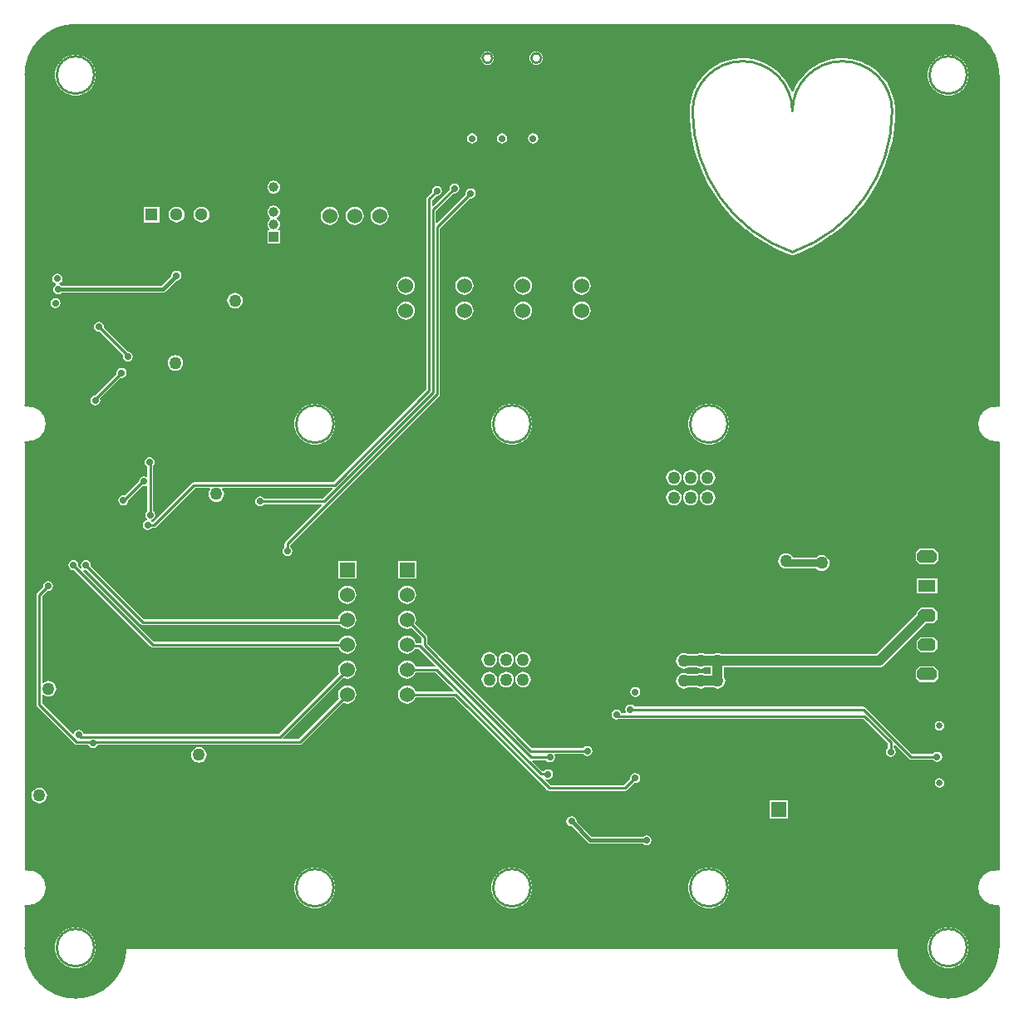
<source format=gbl>
G04*
G04 #@! TF.GenerationSoftware,Altium Limited,Altium Designer,20.2.6 (244)*
G04*
G04 Layer_Physical_Order=4*
G04 Layer_Color=16711680*
%FSLAX24Y24*%
%MOIN*%
G70*
G04*
G04 #@! TF.SameCoordinates,AAC5203C-1E5B-4ACD-AD40-D79658958D62*
G04*
G04*
G04 #@! TF.FilePolarity,Positive*
G04*
G01*
G75*
%ADD10C,0.0100*%
%ADD21C,0.0600*%
%ADD27R,0.0600X0.0600*%
%ADD101C,0.0300*%
%ADD102C,0.0150*%
%ADD103R,0.0600X0.0600*%
G04:AMPARAMS|DCode=104|XSize=50mil|YSize=80mil|CornerRadius=0mil|HoleSize=0mil|Usage=FLASHONLY|Rotation=270.000|XOffset=0mil|YOffset=0mil|HoleType=Round|Shape=Octagon|*
%AMOCTAGOND104*
4,1,8,0.0400,0.0125,0.0400,-0.0125,0.0275,-0.0250,-0.0275,-0.0250,-0.0400,-0.0125,-0.0400,0.0125,-0.0275,0.0250,0.0275,0.0250,0.0400,0.0125,0.0*
%
%ADD104OCTAGOND104*%

%ADD105R,0.0700X0.0500*%
G04:AMPARAMS|DCode=106|XSize=50mil|YSize=70mil|CornerRadius=0mil|HoleSize=0mil|Usage=FLASHONLY|Rotation=270.000|XOffset=0mil|YOffset=0mil|HoleType=Round|Shape=Octagon|*
%AMOCTAGOND106*
4,1,8,0.0350,0.0125,0.0350,-0.0125,0.0225,-0.0250,-0.0225,-0.0250,-0.0350,-0.0125,-0.0350,0.0125,-0.0225,0.0250,0.0225,0.0250,0.0350,0.0125,0.0*
%
%ADD106OCTAGOND106*%

%ADD107O,0.0709X0.0394*%
%ADD108O,0.0827X0.0394*%
%ADD109C,0.0256*%
%ADD110R,0.0630X0.0630*%
%ADD111C,0.0630*%
%ADD112C,0.0510*%
%ADD113R,0.0510X0.0510*%
%ADD114C,0.0394*%
%ADD115R,0.0394X0.0394*%
%ADD116C,0.0500*%
%ADD117C,0.0280*%
%ADD118C,0.0400*%
G36*
X59891Y54466D02*
X60144Y54398D01*
X60386Y54298D01*
X60614Y54167D01*
X60822Y54007D01*
X61007Y53822D01*
X61167Y53614D01*
X61298Y53386D01*
X61398Y53144D01*
X61466Y52891D01*
X61500Y52631D01*
Y52500D01*
Y39293D01*
X61450Y39247D01*
X61425Y39250D01*
X61265Y39238D01*
X61111Y39192D01*
X60971Y39115D01*
X60850Y39010D01*
X60755Y38882D01*
X60688Y38736D01*
X60654Y38580D01*
Y38420D01*
X60688Y38264D01*
X60755Y38118D01*
X60850Y37990D01*
X60971Y37885D01*
X61111Y37808D01*
X61265Y37762D01*
X61425Y37750D01*
X61454Y37753D01*
X61504Y37707D01*
X61504Y20680D01*
X61468Y20646D01*
X61425Y20650D01*
X61265Y20638D01*
X61111Y20592D01*
X60971Y20515D01*
X60850Y20410D01*
X60755Y20282D01*
X60688Y20136D01*
X60654Y19980D01*
Y19820D01*
X60688Y19664D01*
X60755Y19518D01*
X60850Y19390D01*
X60971Y19285D01*
X61111Y19208D01*
X61265Y19162D01*
X61425Y19150D01*
X61452Y19153D01*
X61455Y19152D01*
X61500Y19107D01*
Y17500D01*
Y17369D01*
X61466Y17109D01*
X61398Y16856D01*
X61298Y16614D01*
X61167Y16386D01*
X61007Y16178D01*
X60822Y15993D01*
X60614Y15833D01*
X60386Y15702D01*
X60144Y15602D01*
X59891Y15534D01*
X59631Y15500D01*
X59369D01*
X59109Y15534D01*
X58856Y15602D01*
X58614Y15702D01*
X58386Y15833D01*
X58178Y15993D01*
X57993Y16178D01*
X57833Y16386D01*
X57702Y16614D01*
X57602Y16856D01*
X57534Y17109D01*
X57500Y17369D01*
Y17500D01*
X26500D01*
Y17369D01*
X26466Y17109D01*
X26398Y16856D01*
X26298Y16614D01*
X26167Y16386D01*
X26007Y16178D01*
X25822Y15993D01*
X25614Y15833D01*
X25386Y15702D01*
X25144Y15602D01*
X24891Y15534D01*
X24631Y15500D01*
X24369D01*
X24109Y15534D01*
X23856Y15602D01*
X23614Y15702D01*
X23386Y15833D01*
X23178Y15993D01*
X22993Y16178D01*
X22833Y16386D01*
X22702Y16614D01*
X22602Y16856D01*
X22534Y17109D01*
X22500Y17369D01*
Y17500D01*
Y19108D01*
X22545Y19154D01*
X22584Y19150D01*
X22744Y19162D01*
X22897Y19208D01*
X23038Y19285D01*
X23158Y19390D01*
X23254Y19518D01*
X23321Y19664D01*
X23354Y19820D01*
Y19980D01*
X23321Y20136D01*
X23254Y20282D01*
X23158Y20410D01*
X23038Y20515D01*
X22897Y20592D01*
X22744Y20638D01*
X22584Y20650D01*
X22541Y20646D01*
X22504Y20680D01*
Y37711D01*
X22554Y37757D01*
X22580Y37755D01*
X22739Y37767D01*
X22893Y37812D01*
X23033Y37889D01*
X23154Y37994D01*
X23250Y38122D01*
X23316Y38268D01*
X23350Y38424D01*
Y38584D01*
X23316Y38741D01*
X23250Y38886D01*
X23154Y39015D01*
X23033Y39120D01*
X22893Y39197D01*
X22739Y39242D01*
X22580Y39254D01*
X22537Y39250D01*
X22500Y39284D01*
Y52500D01*
Y52631D01*
X22534Y52891D01*
X22602Y53144D01*
X22702Y53386D01*
X22833Y53614D01*
X22993Y53822D01*
X23178Y54007D01*
X23386Y54167D01*
X23614Y54298D01*
X23856Y54398D01*
X24109Y54466D01*
X24369Y54500D01*
X59631D01*
X59891Y54466D01*
D02*
G37*
%LPC*%
G36*
X59574Y53315D02*
X59426D01*
X59420Y53312D01*
X59413Y53314D01*
X59269Y53285D01*
X59263Y53281D01*
X59256D01*
X59120Y53225D01*
X59115Y53220D01*
X59109Y53219D01*
X58986Y53137D01*
X58982Y53131D01*
X58976Y53128D01*
X58872Y53024D01*
X58869Y53018D01*
X58863Y53014D01*
X58781Y52891D01*
X58780Y52885D01*
X58775Y52880D01*
X58719Y52744D01*
Y52737D01*
X58715Y52731D01*
X58686Y52587D01*
X58688Y52580D01*
X58685Y52574D01*
Y52426D01*
X58688Y52420D01*
X58686Y52413D01*
X58715Y52269D01*
X58719Y52263D01*
Y52256D01*
X58775Y52120D01*
X58780Y52115D01*
X58781Y52109D01*
X58863Y51986D01*
X58869Y51982D01*
X58872Y51976D01*
X58976Y51872D01*
X58982Y51869D01*
X58986Y51863D01*
X59109Y51781D01*
X59115Y51780D01*
X59120Y51775D01*
X59256Y51719D01*
X59263D01*
X59269Y51715D01*
X59413Y51686D01*
X59420Y51688D01*
X59426Y51685D01*
X59574D01*
X59580Y51688D01*
X59587Y51686D01*
X59731Y51715D01*
X59737Y51719D01*
X59744D01*
X59880Y51775D01*
X59885Y51780D01*
X59891Y51781D01*
X60014Y51863D01*
X60018Y51869D01*
X60024Y51872D01*
X60128Y51976D01*
X60131Y51982D01*
X60137Y51986D01*
X60219Y52109D01*
X60220Y52115D01*
X60225Y52120D01*
X60281Y52256D01*
Y52263D01*
X60285Y52269D01*
X60314Y52413D01*
X60312Y52420D01*
X60315Y52426D01*
Y52574D01*
X60312Y52580D01*
X60314Y52587D01*
X60285Y52731D01*
X60281Y52737D01*
Y52744D01*
X60225Y52880D01*
X60220Y52885D01*
X60219Y52891D01*
X60137Y53014D01*
X60131Y53018D01*
X60128Y53024D01*
X60024Y53128D01*
X60018Y53131D01*
X60014Y53137D01*
X59891Y53219D01*
X59885Y53220D01*
X59880Y53225D01*
X59744Y53281D01*
X59737D01*
X59731Y53285D01*
X59587Y53314D01*
X59580Y53312D01*
X59574Y53315D01*
D02*
G37*
G36*
X24574D02*
X24426D01*
X24420Y53312D01*
X24413Y53314D01*
X24269Y53285D01*
X24263Y53281D01*
X24256D01*
X24120Y53225D01*
X24115Y53220D01*
X24109Y53219D01*
X23986Y53137D01*
X23982Y53131D01*
X23976Y53128D01*
X23872Y53024D01*
X23869Y53018D01*
X23863Y53014D01*
X23781Y52891D01*
X23780Y52885D01*
X23775Y52880D01*
X23719Y52744D01*
Y52737D01*
X23715Y52731D01*
X23686Y52587D01*
X23688Y52580D01*
X23685Y52574D01*
Y52426D01*
X23688Y52420D01*
X23686Y52413D01*
X23715Y52269D01*
X23719Y52263D01*
Y52256D01*
X23775Y52120D01*
X23780Y52115D01*
X23781Y52109D01*
X23863Y51986D01*
X23869Y51982D01*
X23872Y51976D01*
X23976Y51872D01*
X23982Y51869D01*
X23986Y51863D01*
X24109Y51781D01*
X24115Y51780D01*
X24120Y51775D01*
X24256Y51719D01*
X24263D01*
X24269Y51715D01*
X24413Y51686D01*
X24420Y51688D01*
X24426Y51685D01*
X24574D01*
X24580Y51688D01*
X24587Y51686D01*
X24731Y51715D01*
X24737Y51719D01*
X24744D01*
X24880Y51775D01*
X24885Y51780D01*
X24891Y51781D01*
X25014Y51863D01*
X25018Y51869D01*
X25024Y51872D01*
X25128Y51976D01*
X25131Y51982D01*
X25137Y51986D01*
X25219Y52109D01*
X25220Y52115D01*
X25225Y52120D01*
X25281Y52256D01*
Y52263D01*
X25285Y52269D01*
X25314Y52413D01*
X25312Y52420D01*
X25315Y52426D01*
Y52574D01*
X25312Y52580D01*
X25314Y52587D01*
X25285Y52731D01*
X25281Y52737D01*
Y52744D01*
X25225Y52880D01*
X25220Y52885D01*
X25219Y52891D01*
X25137Y53014D01*
X25131Y53018D01*
X25128Y53024D01*
X25024Y53128D01*
X25018Y53131D01*
X25014Y53137D01*
X24891Y53219D01*
X24885Y53220D01*
X24880Y53225D01*
X24744Y53281D01*
X24737D01*
X24731Y53285D01*
X24587Y53314D01*
X24580Y53312D01*
X24574Y53315D01*
D02*
G37*
G36*
X51153Y53167D02*
X51149Y53165D01*
X51145Y53166D01*
X50897Y53139D01*
X50893Y53137D01*
X50889Y53138D01*
X50646Y53081D01*
X50643Y53079D01*
X50639Y53079D01*
X50405Y52993D01*
X50402Y52990D01*
X50397Y52990D01*
X50175Y52876D01*
X50173Y52873D01*
X50169Y52872D01*
X49962Y52732D01*
X49960Y52729D01*
X49956Y52728D01*
X49768Y52564D01*
X49766Y52560D01*
X49762Y52558D01*
X49595Y52373D01*
X49594Y52369D01*
X49590Y52367D01*
X49447Y52163D01*
X49446Y52159D01*
X49443Y52156D01*
X49325Y51936D01*
X49325Y51932D01*
X49322Y51929D01*
X49232Y51696D01*
X49232Y51692D01*
X49230Y51689D01*
X49169Y51447D01*
X49169Y51443D01*
X49167Y51439D01*
X49136Y51192D01*
X49137Y51188D01*
X49135Y51184D01*
X49135Y51062D01*
X49135Y51062D01*
X49134Y51059D01*
X49135Y51058D01*
X49134Y51056D01*
X49134Y51054D01*
X49135Y51053D01*
X49134Y51051D01*
Y50816D01*
X49135Y50814D01*
X49134Y50811D01*
X49170Y50345D01*
X49172Y50343D01*
X49171Y50340D01*
X49243Y49878D01*
X49244Y49876D01*
X49244Y49873D01*
X49351Y49418D01*
X49353Y49416D01*
X49352Y49414D01*
X49495Y48968D01*
X49496Y48966D01*
X49496Y48964D01*
X49672Y48531D01*
X49674Y48529D01*
X49674Y48526D01*
X49883Y48108D01*
X49885Y48106D01*
X49886Y48103D01*
X50126Y47703D01*
X50128Y47701D01*
X50129Y47698D01*
X50400Y47317D01*
X50402Y47316D01*
X50403Y47313D01*
X50702Y46954D01*
X50704Y46953D01*
X50705Y46951D01*
X51032Y46616D01*
X51034Y46615D01*
X51035Y46612D01*
X51386Y46303D01*
X51389Y46303D01*
X51390Y46300D01*
X51764Y46020D01*
X51766Y46019D01*
X51768Y46017D01*
X52162Y45766D01*
X52165Y45765D01*
X52167Y45763D01*
X52579Y45543D01*
X52582Y45543D01*
X52584Y45541D01*
X53012Y45354D01*
X53014Y45353D01*
X53016Y45352D01*
X53237Y45275D01*
X53246Y45272D01*
X53256Y45272D01*
X53259Y45271D01*
X53260Y45272D01*
X53271Y45268D01*
X53291Y45269D01*
X53302Y45274D01*
X53315Y45275D01*
X53333Y45283D01*
X53341Y45293D01*
X53353Y45298D01*
X53366Y45312D01*
X53366Y45313D01*
X53561Y45384D01*
X53563Y45386D01*
X53566Y45386D01*
X53987Y45577D01*
X53988Y45578D01*
X53991Y45579D01*
X54396Y45801D01*
X54398Y45803D01*
X54400Y45804D01*
X54787Y46056D01*
X54789Y46058D01*
X54791Y46059D01*
X55158Y46341D01*
X55159Y46343D01*
X55161Y46344D01*
X55505Y46652D01*
X55506Y46655D01*
X55509Y46656D01*
X55828Y46990D01*
X55829Y46992D01*
X55832Y46993D01*
X56125Y47350D01*
X56125Y47353D01*
X56128Y47354D01*
X56392Y47733D01*
X56393Y47736D01*
X56395Y47737D01*
X56630Y48135D01*
X56631Y48137D01*
X56633Y48139D01*
X56837Y48554D01*
X56837Y48556D01*
X56839Y48558D01*
X57011Y48987D01*
X57011Y48989D01*
X57013Y48991D01*
X57152Y49432D01*
X57151Y49435D01*
X57153Y49437D01*
X57258Y49887D01*
X57257Y49890D01*
X57259Y49892D01*
X57329Y50348D01*
X57328Y50351D01*
X57330Y50353D01*
X57365Y50814D01*
X57364Y50817D01*
X57365Y50819D01*
Y51175D01*
X57364Y51179D01*
X57365Y51183D01*
X57334Y51431D01*
X57332Y51434D01*
X57333Y51438D01*
X57273Y51681D01*
X57270Y51684D01*
X57270Y51688D01*
X57181Y51922D01*
X57178Y51925D01*
X57178Y51929D01*
X57061Y52150D01*
X57058Y52152D01*
X57057Y52156D01*
X56914Y52361D01*
X56911Y52363D01*
X56909Y52367D01*
X56743Y52554D01*
X56739Y52555D01*
X56737Y52559D01*
X56549Y52724D01*
X56545Y52725D01*
X56543Y52728D01*
X56337Y52869D01*
X56333Y52870D01*
X56330Y52873D01*
X56108Y52987D01*
X56104Y52988D01*
X56101Y52991D01*
X55866Y53077D01*
X55862Y53077D01*
X55859Y53079D01*
X55616Y53137D01*
X55612Y53136D01*
X55608Y53138D01*
X55360Y53166D01*
X55356Y53165D01*
X55352Y53166D01*
X55102Y53164D01*
X55098Y53162D01*
X55094Y53163D01*
X54847Y53130D01*
X54843Y53128D01*
X54839Y53129D01*
X54597Y53066D01*
X54594Y53063D01*
X54590Y53063D01*
X54357Y52972D01*
X54354Y52969D01*
X54350Y52968D01*
X54131Y52849D01*
X54128Y52846D01*
X54124Y52845D01*
X53921Y52700D01*
X53919Y52696D01*
X53915Y52695D01*
X53730Y52526D01*
X53729Y52523D01*
X53725Y52521D01*
X53562Y52331D01*
X53561Y52327D01*
X53558Y52325D01*
X53419Y52117D01*
X53419Y52113D01*
X53415Y52110D01*
X53303Y51887D01*
X53303Y51883D01*
X53300Y51880D01*
X53275Y51809D01*
X53225Y51809D01*
X53200Y51879D01*
X53197Y51882D01*
X53197Y51886D01*
X53085Y52109D01*
X53082Y52112D01*
X53081Y52116D01*
X52943Y52324D01*
X52940Y52326D01*
X52938Y52330D01*
X52776Y52519D01*
X52773Y52521D01*
X52771Y52525D01*
X52587Y52694D01*
X52583Y52695D01*
X52581Y52699D01*
X52378Y52844D01*
X52374Y52844D01*
X52371Y52848D01*
X52152Y52967D01*
X52148Y52967D01*
X52145Y52970D01*
X51913Y53062D01*
X51909Y53062D01*
X51906Y53065D01*
X51665Y53128D01*
X51661Y53127D01*
X51657Y53129D01*
X51410Y53163D01*
X51406Y53162D01*
X51402Y53163D01*
X51153Y53167D01*
D02*
G37*
G36*
X43020Y53445D02*
X42940D01*
X42928Y53440D01*
X42915D01*
X42842Y53410D01*
X42833Y53400D01*
X42821Y53395D01*
X42765Y53339D01*
X42760Y53327D01*
X42750Y53318D01*
X42720Y53245D01*
Y53232D01*
X42715Y53220D01*
Y53140D01*
X42720Y53128D01*
Y53115D01*
X42750Y53042D01*
X42760Y53033D01*
X42765Y53021D01*
X42821Y52965D01*
X42833Y52960D01*
X42842Y52950D01*
X42915Y52920D01*
X42928D01*
X42940Y52915D01*
X43020D01*
X43032Y52920D01*
X43045D01*
X43118Y52950D01*
X43127Y52960D01*
X43139Y52965D01*
X43195Y53021D01*
X43200Y53033D01*
X43210Y53042D01*
X43240Y53115D01*
Y53128D01*
X43245Y53140D01*
Y53220D01*
X43240Y53232D01*
Y53245D01*
X43210Y53318D01*
X43200Y53327D01*
X43195Y53339D01*
X43139Y53395D01*
X43127Y53400D01*
X43118Y53410D01*
X43045Y53440D01*
X43032D01*
X43020Y53445D01*
D02*
G37*
G36*
X41060D02*
X40980D01*
X40968Y53440D01*
X40955D01*
X40882Y53410D01*
X40873Y53400D01*
X40861Y53395D01*
X40805Y53339D01*
X40800Y53327D01*
X40790Y53318D01*
X40760Y53245D01*
Y53232D01*
X40755Y53220D01*
Y53140D01*
X40760Y53128D01*
Y53115D01*
X40790Y53042D01*
X40800Y53033D01*
X40805Y53021D01*
X40861Y52965D01*
X40873Y52960D01*
X40882Y52950D01*
X40955Y52920D01*
X40968D01*
X40980Y52915D01*
X41060D01*
X41072Y52920D01*
X41085D01*
X41158Y52950D01*
X41167Y52960D01*
X41179Y52965D01*
X41235Y53021D01*
X41240Y53033D01*
X41250Y53042D01*
X41280Y53115D01*
Y53128D01*
X41285Y53140D01*
Y53220D01*
X41280Y53232D01*
Y53245D01*
X41250Y53318D01*
X41240Y53327D01*
X41235Y53339D01*
X41179Y53395D01*
X41167Y53400D01*
X41158Y53410D01*
X41085Y53440D01*
X41072D01*
X41060Y53445D01*
D02*
G37*
G36*
X42853Y50157D02*
X42775Y50142D01*
X42709Y50098D01*
X42665Y50031D01*
X42650Y49953D01*
X42665Y49875D01*
X42709Y49809D01*
X42775Y49765D01*
X42853Y49750D01*
X42931Y49765D01*
X42998Y49809D01*
X43042Y49875D01*
X43057Y49953D01*
X43042Y50031D01*
X42998Y50098D01*
X42931Y50142D01*
X42853Y50157D01*
D02*
G37*
G36*
X41603D02*
X41525Y50142D01*
X41459Y50098D01*
X41415Y50031D01*
X41400Y49953D01*
X41415Y49875D01*
X41459Y49809D01*
X41525Y49765D01*
X41603Y49750D01*
X41681Y49765D01*
X41748Y49809D01*
X41792Y49875D01*
X41807Y49953D01*
X41792Y50031D01*
X41748Y50098D01*
X41681Y50142D01*
X41603Y50157D01*
D02*
G37*
G36*
X40403D02*
X40325Y50142D01*
X40259Y50098D01*
X40215Y50031D01*
X40200Y49953D01*
X40215Y49875D01*
X40259Y49809D01*
X40325Y49765D01*
X40403Y49750D01*
X40481Y49765D01*
X40548Y49809D01*
X40592Y49875D01*
X40607Y49953D01*
X40592Y50031D01*
X40548Y50098D01*
X40481Y50142D01*
X40403Y50157D01*
D02*
G37*
G36*
X32450Y48259D02*
X32383Y48250D01*
X32320Y48224D01*
X32267Y48183D01*
X32226Y48130D01*
X32200Y48067D01*
X32191Y48000D01*
X32200Y47933D01*
X32226Y47870D01*
X32267Y47817D01*
X32320Y47776D01*
X32383Y47750D01*
X32450Y47741D01*
X32517Y47750D01*
X32580Y47776D01*
X32633Y47817D01*
X32674Y47870D01*
X32700Y47933D01*
X32709Y48000D01*
X32700Y48067D01*
X32674Y48130D01*
X32633Y48183D01*
X32580Y48224D01*
X32517Y48250D01*
X32450Y48259D01*
D02*
G37*
G36*
X39700Y48154D02*
X39622Y48138D01*
X39556Y48094D01*
X39512Y48028D01*
X39496Y47950D01*
X39504Y47912D01*
X38838Y47247D01*
X38792Y47266D01*
Y47484D01*
X38962Y47654D01*
X39000Y47646D01*
X39078Y47662D01*
X39144Y47706D01*
X39188Y47772D01*
X39204Y47850D01*
X39188Y47928D01*
X39144Y47994D01*
X39078Y48038D01*
X39000Y48054D01*
X38922Y48038D01*
X38856Y47994D01*
X38812Y47928D01*
X38796Y47850D01*
X38804Y47812D01*
X38601Y47609D01*
X38576Y47573D01*
X38568Y47530D01*
X38568Y47530D01*
Y39876D01*
X34854Y36162D01*
X29250D01*
X29250Y36162D01*
X29207Y36154D01*
X29171Y36129D01*
X29171Y36129D01*
X27617Y34575D01*
X27565Y34578D01*
X27540Y34608D01*
X27554Y34657D01*
X27578Y34662D01*
X27644Y34706D01*
X27688Y34772D01*
X27704Y34850D01*
X27688Y34928D01*
X27644Y34994D01*
X27612Y35016D01*
Y36826D01*
X27619Y36831D01*
X27663Y36897D01*
X27679Y36975D01*
X27663Y37053D01*
X27619Y37119D01*
X27553Y37163D01*
X27475Y37179D01*
X27397Y37163D01*
X27331Y37119D01*
X27287Y37053D01*
X27271Y36975D01*
X27287Y36897D01*
X27331Y36831D01*
X27388Y36793D01*
Y36401D01*
X27344Y36378D01*
X27328Y36388D01*
X27250Y36404D01*
X27172Y36388D01*
X27106Y36344D01*
X27062Y36278D01*
X27046Y36200D01*
X27048Y36191D01*
X26482Y35625D01*
X26416Y35638D01*
X26338Y35623D01*
X26272Y35578D01*
X26227Y35512D01*
X26212Y35434D01*
X26227Y35356D01*
X26272Y35290D01*
X26338Y35246D01*
X26416Y35230D01*
X26494Y35246D01*
X26560Y35290D01*
X26604Y35356D01*
X26620Y35434D01*
X26618Y35443D01*
X27184Y36009D01*
X27250Y35996D01*
X27328Y36012D01*
X27344Y36022D01*
X27388Y35999D01*
Y35016D01*
X27356Y34994D01*
X27312Y34928D01*
X27296Y34850D01*
X27312Y34772D01*
X27356Y34706D01*
X27367Y34698D01*
X27356Y34645D01*
X27322Y34638D01*
X27256Y34594D01*
X27212Y34528D01*
X27196Y34450D01*
X27212Y34372D01*
X27256Y34306D01*
X27322Y34262D01*
X27400Y34246D01*
X27478Y34262D01*
X27544Y34306D01*
X27566Y34338D01*
X27650D01*
X27650Y34338D01*
X27693Y34346D01*
X27729Y34371D01*
X29296Y35938D01*
X29883D01*
X29908Y35888D01*
X29876Y35846D01*
X29845Y35771D01*
X29834Y35690D01*
X29845Y35609D01*
X29876Y35534D01*
X29925Y35469D01*
X29990Y35419D01*
X30066Y35388D01*
X30147Y35377D01*
X30227Y35388D01*
X30303Y35419D01*
X30368Y35469D01*
X30417Y35534D01*
X30449Y35609D01*
X30459Y35690D01*
X30449Y35771D01*
X30417Y35846D01*
X30385Y35888D01*
X30410Y35938D01*
X34790D01*
X34809Y35892D01*
X34430Y35512D01*
X32066D01*
X32044Y35544D01*
X31978Y35588D01*
X31900Y35604D01*
X31822Y35588D01*
X31756Y35544D01*
X31712Y35478D01*
X31696Y35400D01*
X31712Y35322D01*
X31756Y35256D01*
X31822Y35212D01*
X31900Y35196D01*
X31978Y35212D01*
X32044Y35256D01*
X32066Y35288D01*
X34366D01*
X34386Y35242D01*
X32921Y33777D01*
X32896Y33740D01*
X32888Y33697D01*
X32888Y33697D01*
Y33566D01*
X32856Y33544D01*
X32812Y33478D01*
X32796Y33400D01*
X32812Y33322D01*
X32856Y33256D01*
X32922Y33212D01*
X33000Y33196D01*
X33078Y33212D01*
X33144Y33256D01*
X33188Y33322D01*
X33204Y33400D01*
X33188Y33478D01*
X33144Y33544D01*
X33112Y33566D01*
Y33651D01*
X39079Y39618D01*
X39079Y39618D01*
X39104Y39655D01*
X39112Y39697D01*
Y46354D01*
X40312Y47554D01*
X40350Y47546D01*
X40428Y47562D01*
X40494Y47606D01*
X40538Y47672D01*
X40554Y47750D01*
X40538Y47828D01*
X40494Y47894D01*
X40428Y47938D01*
X40350Y47954D01*
X40272Y47938D01*
X40206Y47894D01*
X40162Y47828D01*
X40146Y47750D01*
X40154Y47712D01*
X38998Y46557D01*
X38952Y46576D01*
Y47044D01*
X39662Y47754D01*
X39700Y47746D01*
X39778Y47762D01*
X39844Y47806D01*
X39888Y47872D01*
X39904Y47950D01*
X39888Y48028D01*
X39844Y48094D01*
X39778Y48138D01*
X39700Y48154D01*
D02*
G37*
G36*
X27865Y47215D02*
X27235D01*
Y46585D01*
X27865D01*
Y47215D01*
D02*
G37*
G36*
X29550Y47218D02*
X29468Y47207D01*
X29391Y47175D01*
X29325Y47125D01*
X29275Y47059D01*
X29243Y46982D01*
X29232Y46900D01*
X29243Y46818D01*
X29275Y46741D01*
X29325Y46675D01*
X29391Y46625D01*
X29468Y46593D01*
X29550Y46582D01*
X29632Y46593D01*
X29709Y46625D01*
X29775Y46675D01*
X29825Y46741D01*
X29857Y46818D01*
X29868Y46900D01*
X29857Y46982D01*
X29825Y47059D01*
X29775Y47125D01*
X29709Y47175D01*
X29632Y47207D01*
X29550Y47218D01*
D02*
G37*
G36*
X28550D02*
X28468Y47207D01*
X28391Y47175D01*
X28325Y47125D01*
X28275Y47059D01*
X28243Y46982D01*
X28232Y46900D01*
X28243Y46818D01*
X28275Y46741D01*
X28325Y46675D01*
X28391Y46625D01*
X28468Y46593D01*
X28550Y46582D01*
X28632Y46593D01*
X28709Y46625D01*
X28775Y46675D01*
X28825Y46741D01*
X28857Y46818D01*
X28868Y46900D01*
X28857Y46982D01*
X28825Y47059D01*
X28775Y47125D01*
X28709Y47175D01*
X28632Y47207D01*
X28550Y47218D01*
D02*
G37*
G36*
X36700Y47213D02*
X36606Y47201D01*
X36518Y47164D01*
X36443Y47107D01*
X36386Y47032D01*
X36349Y46944D01*
X36337Y46850D01*
X36349Y46756D01*
X36386Y46668D01*
X36443Y46593D01*
X36518Y46536D01*
X36606Y46499D01*
X36700Y46487D01*
X36794Y46499D01*
X36882Y46536D01*
X36957Y46593D01*
X37014Y46668D01*
X37051Y46756D01*
X37063Y46850D01*
X37051Y46944D01*
X37014Y47032D01*
X36957Y47107D01*
X36882Y47164D01*
X36794Y47201D01*
X36700Y47213D01*
D02*
G37*
G36*
X35700D02*
X35606Y47201D01*
X35518Y47164D01*
X35443Y47107D01*
X35386Y47032D01*
X35349Y46944D01*
X35337Y46850D01*
X35349Y46756D01*
X35386Y46668D01*
X35443Y46593D01*
X35518Y46536D01*
X35606Y46499D01*
X35700Y46487D01*
X35794Y46499D01*
X35882Y46536D01*
X35957Y46593D01*
X36014Y46668D01*
X36051Y46756D01*
X36063Y46850D01*
X36051Y46944D01*
X36014Y47032D01*
X35957Y47107D01*
X35882Y47164D01*
X35794Y47201D01*
X35700Y47213D01*
D02*
G37*
G36*
X34700D02*
X34606Y47201D01*
X34518Y47164D01*
X34443Y47107D01*
X34386Y47032D01*
X34349Y46944D01*
X34337Y46850D01*
X34349Y46756D01*
X34386Y46668D01*
X34443Y46593D01*
X34518Y46536D01*
X34606Y46499D01*
X34700Y46487D01*
X34794Y46499D01*
X34882Y46536D01*
X34957Y46593D01*
X35014Y46668D01*
X35051Y46756D01*
X35063Y46850D01*
X35051Y46944D01*
X35014Y47032D01*
X34957Y47107D01*
X34882Y47164D01*
X34794Y47201D01*
X34700Y47213D01*
D02*
G37*
G36*
X32450Y47259D02*
X32383Y47250D01*
X32320Y47224D01*
X32267Y47183D01*
X32226Y47130D01*
X32200Y47067D01*
X32191Y47000D01*
X32200Y46933D01*
X32226Y46870D01*
X32267Y46817D01*
X32318Y46777D01*
X32322Y46751D01*
Y46749D01*
X32318Y46723D01*
X32267Y46683D01*
X32226Y46630D01*
X32200Y46567D01*
X32191Y46500D01*
X32200Y46433D01*
X32226Y46370D01*
X32267Y46317D01*
X32280Y46307D01*
X32263Y46257D01*
X32193D01*
Y45743D01*
X32707D01*
Y46257D01*
X32637D01*
X32620Y46307D01*
X32633Y46317D01*
X32674Y46370D01*
X32700Y46433D01*
X32709Y46500D01*
X32700Y46567D01*
X32674Y46630D01*
X32633Y46683D01*
X32582Y46723D01*
X32578Y46749D01*
Y46751D01*
X32582Y46777D01*
X32633Y46817D01*
X32674Y46870D01*
X32700Y46933D01*
X32709Y47000D01*
X32700Y47067D01*
X32674Y47130D01*
X32633Y47183D01*
X32580Y47224D01*
X32517Y47250D01*
X32450Y47259D01*
D02*
G37*
G36*
X28550Y44654D02*
X28472Y44638D01*
X28406Y44594D01*
X28362Y44528D01*
X28346Y44450D01*
X28348Y44442D01*
X27943Y44038D01*
X23949D01*
X23944Y44044D01*
X23878Y44088D01*
X23857Y44092D01*
X23851Y44127D01*
X23852Y44144D01*
X23914Y44186D01*
X23958Y44252D01*
X23974Y44330D01*
X23958Y44408D01*
X23914Y44474D01*
X23848Y44518D01*
X23770Y44534D01*
X23692Y44518D01*
X23626Y44474D01*
X23582Y44408D01*
X23566Y44330D01*
X23582Y44252D01*
X23626Y44186D01*
X23692Y44142D01*
X23713Y44138D01*
X23719Y44103D01*
X23718Y44086D01*
X23656Y44044D01*
X23612Y43978D01*
X23596Y43900D01*
X23612Y43822D01*
X23656Y43756D01*
X23722Y43712D01*
X23800Y43696D01*
X23878Y43712D01*
X23944Y43756D01*
X23949Y43762D01*
X28000D01*
X28053Y43773D01*
X28097Y43803D01*
X28542Y44248D01*
X28550Y44246D01*
X28628Y44262D01*
X28694Y44306D01*
X28738Y44372D01*
X28754Y44450D01*
X28738Y44528D01*
X28694Y44594D01*
X28628Y44638D01*
X28550Y44654D01*
D02*
G37*
G36*
X44800Y44413D02*
X44706Y44401D01*
X44618Y44364D01*
X44543Y44307D01*
X44486Y44232D01*
X44449Y44144D01*
X44437Y44050D01*
X44449Y43956D01*
X44486Y43868D01*
X44543Y43793D01*
X44618Y43736D01*
X44706Y43699D01*
X44800Y43687D01*
X44894Y43699D01*
X44982Y43736D01*
X45057Y43793D01*
X45114Y43868D01*
X45151Y43956D01*
X45163Y44050D01*
X45151Y44144D01*
X45114Y44232D01*
X45057Y44307D01*
X44982Y44364D01*
X44894Y44401D01*
X44800Y44413D01*
D02*
G37*
G36*
X42450D02*
X42356Y44401D01*
X42268Y44364D01*
X42193Y44307D01*
X42136Y44232D01*
X42099Y44144D01*
X42087Y44050D01*
X42099Y43956D01*
X42136Y43868D01*
X42193Y43793D01*
X42268Y43736D01*
X42356Y43699D01*
X42450Y43687D01*
X42544Y43699D01*
X42632Y43736D01*
X42707Y43793D01*
X42764Y43868D01*
X42801Y43956D01*
X42813Y44050D01*
X42801Y44144D01*
X42764Y44232D01*
X42707Y44307D01*
X42632Y44364D01*
X42544Y44401D01*
X42450Y44413D01*
D02*
G37*
G36*
X40100D02*
X40006Y44401D01*
X39918Y44364D01*
X39843Y44307D01*
X39786Y44232D01*
X39749Y44144D01*
X39737Y44050D01*
X39749Y43956D01*
X39786Y43868D01*
X39843Y43793D01*
X39918Y43736D01*
X40006Y43699D01*
X40100Y43687D01*
X40194Y43699D01*
X40282Y43736D01*
X40357Y43793D01*
X40414Y43868D01*
X40451Y43956D01*
X40463Y44050D01*
X40451Y44144D01*
X40414Y44232D01*
X40357Y44307D01*
X40282Y44364D01*
X40194Y44401D01*
X40100Y44413D01*
D02*
G37*
G36*
X37750D02*
X37656Y44401D01*
X37568Y44364D01*
X37493Y44307D01*
X37436Y44232D01*
X37399Y44144D01*
X37387Y44050D01*
X37399Y43956D01*
X37436Y43868D01*
X37493Y43793D01*
X37568Y43736D01*
X37656Y43699D01*
X37750Y43687D01*
X37844Y43699D01*
X37932Y43736D01*
X38007Y43793D01*
X38064Y43868D01*
X38101Y43956D01*
X38113Y44050D01*
X38101Y44144D01*
X38064Y44232D01*
X38007Y44307D01*
X37932Y44364D01*
X37844Y44401D01*
X37750Y44413D01*
D02*
G37*
G36*
X23700Y43554D02*
X23622Y43538D01*
X23556Y43494D01*
X23512Y43428D01*
X23496Y43350D01*
X23512Y43272D01*
X23556Y43206D01*
X23622Y43162D01*
X23700Y43146D01*
X23778Y43162D01*
X23844Y43206D01*
X23888Y43272D01*
X23904Y43350D01*
X23888Y43428D01*
X23844Y43494D01*
X23778Y43538D01*
X23700Y43554D01*
D02*
G37*
G36*
X30900Y43763D02*
X30819Y43752D01*
X30744Y43721D01*
X30679Y43671D01*
X30629Y43606D01*
X30598Y43531D01*
X30587Y43450D01*
X30598Y43369D01*
X30629Y43294D01*
X30679Y43229D01*
X30744Y43179D01*
X30819Y43148D01*
X30900Y43137D01*
X30981Y43148D01*
X31056Y43179D01*
X31121Y43229D01*
X31171Y43294D01*
X31202Y43369D01*
X31213Y43450D01*
X31202Y43531D01*
X31171Y43606D01*
X31121Y43671D01*
X31056Y43721D01*
X30981Y43752D01*
X30900Y43763D01*
D02*
G37*
G36*
X44800Y43413D02*
X44706Y43401D01*
X44618Y43364D01*
X44543Y43307D01*
X44486Y43232D01*
X44449Y43144D01*
X44437Y43050D01*
X44449Y42956D01*
X44486Y42868D01*
X44543Y42793D01*
X44618Y42736D01*
X44706Y42699D01*
X44800Y42687D01*
X44894Y42699D01*
X44982Y42736D01*
X45057Y42793D01*
X45114Y42868D01*
X45151Y42956D01*
X45163Y43050D01*
X45151Y43144D01*
X45114Y43232D01*
X45057Y43307D01*
X44982Y43364D01*
X44894Y43401D01*
X44800Y43413D01*
D02*
G37*
G36*
X42450D02*
X42356Y43401D01*
X42268Y43364D01*
X42193Y43307D01*
X42136Y43232D01*
X42099Y43144D01*
X42087Y43050D01*
X42099Y42956D01*
X42136Y42868D01*
X42193Y42793D01*
X42268Y42736D01*
X42356Y42699D01*
X42450Y42687D01*
X42544Y42699D01*
X42632Y42736D01*
X42707Y42793D01*
X42764Y42868D01*
X42801Y42956D01*
X42813Y43050D01*
X42801Y43144D01*
X42764Y43232D01*
X42707Y43307D01*
X42632Y43364D01*
X42544Y43401D01*
X42450Y43413D01*
D02*
G37*
G36*
X40100D02*
X40006Y43401D01*
X39918Y43364D01*
X39843Y43307D01*
X39786Y43232D01*
X39749Y43144D01*
X39737Y43050D01*
X39749Y42956D01*
X39786Y42868D01*
X39843Y42793D01*
X39918Y42736D01*
X40006Y42699D01*
X40100Y42687D01*
X40194Y42699D01*
X40282Y42736D01*
X40357Y42793D01*
X40414Y42868D01*
X40451Y42956D01*
X40463Y43050D01*
X40451Y43144D01*
X40414Y43232D01*
X40357Y43307D01*
X40282Y43364D01*
X40194Y43401D01*
X40100Y43413D01*
D02*
G37*
G36*
X37750D02*
X37656Y43401D01*
X37568Y43364D01*
X37493Y43307D01*
X37436Y43232D01*
X37399Y43144D01*
X37387Y43050D01*
X37399Y42956D01*
X37436Y42868D01*
X37493Y42793D01*
X37568Y42736D01*
X37656Y42699D01*
X37750Y42687D01*
X37844Y42699D01*
X37932Y42736D01*
X38007Y42793D01*
X38064Y42868D01*
X38101Y42956D01*
X38113Y43050D01*
X38101Y43144D01*
X38064Y43232D01*
X38007Y43307D01*
X37932Y43364D01*
X37844Y43401D01*
X37750Y43413D01*
D02*
G37*
G36*
X25438Y42604D02*
X25359Y42588D01*
X25293Y42544D01*
X25249Y42478D01*
X25234Y42400D01*
X25249Y42322D01*
X25293Y42256D01*
X25359Y42212D01*
X25438Y42196D01*
X25475Y42204D01*
X26410Y41269D01*
X26396Y41200D01*
X26412Y41122D01*
X26456Y41056D01*
X26522Y41012D01*
X26600Y40996D01*
X26678Y41012D01*
X26744Y41056D01*
X26788Y41122D01*
X26804Y41200D01*
X26788Y41278D01*
X26744Y41344D01*
X26678Y41388D01*
X26600Y41404D01*
X26593Y41403D01*
X25634Y42362D01*
X25641Y42400D01*
X25626Y42478D01*
X25582Y42544D01*
X25516Y42588D01*
X25438Y42604D01*
D02*
G37*
G36*
X28503Y41266D02*
X28423Y41255D01*
X28347Y41224D01*
X28282Y41175D01*
X28233Y41110D01*
X28201Y41034D01*
X28191Y40953D01*
X28201Y40873D01*
X28233Y40797D01*
X28282Y40732D01*
X28347Y40683D01*
X28423Y40651D01*
X28503Y40641D01*
X28584Y40651D01*
X28660Y40683D01*
X28725Y40732D01*
X28774Y40797D01*
X28805Y40873D01*
X28816Y40953D01*
X28805Y41034D01*
X28774Y41110D01*
X28725Y41175D01*
X28660Y41224D01*
X28584Y41255D01*
X28503Y41266D01*
D02*
G37*
G36*
X26350Y40754D02*
X26272Y40738D01*
X26206Y40694D01*
X26162Y40628D01*
X26146Y40550D01*
X26154Y40512D01*
X25294Y39653D01*
X25222Y39638D01*
X25156Y39594D01*
X25112Y39528D01*
X25096Y39450D01*
X25112Y39372D01*
X25156Y39306D01*
X25222Y39262D01*
X25300Y39246D01*
X25378Y39262D01*
X25444Y39306D01*
X25488Y39372D01*
X25504Y39450D01*
X25488Y39528D01*
X25488Y39529D01*
X26312Y40354D01*
X26350Y40346D01*
X26428Y40362D01*
X26494Y40406D01*
X26538Y40472D01*
X26554Y40550D01*
X26538Y40628D01*
X26494Y40694D01*
X26428Y40738D01*
X26350Y40754D01*
D02*
G37*
G36*
X42074Y39315D02*
X41926D01*
X41920Y39312D01*
X41913Y39314D01*
X41769Y39285D01*
X41763Y39281D01*
X41756D01*
X41620Y39225D01*
X41615Y39220D01*
X41609Y39219D01*
X41486Y39137D01*
X41482Y39131D01*
X41476Y39128D01*
X41372Y39024D01*
X41369Y39018D01*
X41363Y39014D01*
X41281Y38891D01*
X41280Y38885D01*
X41275Y38880D01*
X41219Y38744D01*
Y38737D01*
X41215Y38731D01*
X41186Y38587D01*
X41188Y38580D01*
X41185Y38574D01*
Y38426D01*
X41188Y38420D01*
X41186Y38413D01*
X41215Y38269D01*
X41219Y38263D01*
Y38256D01*
X41275Y38120D01*
X41280Y38115D01*
X41281Y38109D01*
X41363Y37986D01*
X41369Y37982D01*
X41372Y37976D01*
X41476Y37872D01*
X41482Y37869D01*
X41486Y37863D01*
X41609Y37781D01*
X41615Y37780D01*
X41620Y37775D01*
X41756Y37719D01*
X41763D01*
X41769Y37715D01*
X41913Y37686D01*
X41920Y37688D01*
X41926Y37685D01*
X42074D01*
X42080Y37688D01*
X42087Y37686D01*
X42231Y37715D01*
X42237Y37719D01*
X42244D01*
X42380Y37775D01*
X42385Y37780D01*
X42391Y37781D01*
X42514Y37863D01*
X42518Y37869D01*
X42524Y37872D01*
X42628Y37976D01*
X42631Y37982D01*
X42637Y37986D01*
X42719Y38109D01*
X42720Y38115D01*
X42725Y38120D01*
X42781Y38256D01*
Y38263D01*
X42785Y38269D01*
X42814Y38413D01*
X42812Y38420D01*
X42815Y38426D01*
Y38574D01*
X42812Y38580D01*
X42814Y38587D01*
X42785Y38731D01*
X42781Y38737D01*
Y38744D01*
X42725Y38880D01*
X42720Y38885D01*
X42719Y38891D01*
X42637Y39014D01*
X42631Y39018D01*
X42628Y39024D01*
X42524Y39128D01*
X42518Y39131D01*
X42514Y39137D01*
X42391Y39219D01*
X42385Y39220D01*
X42380Y39225D01*
X42244Y39281D01*
X42237D01*
X42231Y39285D01*
X42087Y39314D01*
X42080Y39312D01*
X42074Y39315D01*
D02*
G37*
G36*
X49974Y39315D02*
X49826D01*
X49820Y39312D01*
X49813Y39314D01*
X49669Y39285D01*
X49663Y39281D01*
X49656D01*
X49520Y39225D01*
X49515Y39220D01*
X49509Y39219D01*
X49386Y39137D01*
X49382Y39131D01*
X49376Y39128D01*
X49272Y39024D01*
X49269Y39018D01*
X49263Y39014D01*
X49181Y38891D01*
X49180Y38885D01*
X49175Y38880D01*
X49119Y38744D01*
Y38737D01*
X49115Y38731D01*
X49086Y38587D01*
X49088Y38580D01*
X49085Y38574D01*
Y38426D01*
X49088Y38420D01*
X49086Y38413D01*
X49115Y38269D01*
X49119Y38263D01*
Y38256D01*
X49175Y38120D01*
X49180Y38115D01*
X49181Y38109D01*
X49263Y37986D01*
X49269Y37982D01*
X49272Y37976D01*
X49376Y37872D01*
X49382Y37869D01*
X49386Y37863D01*
X49509Y37781D01*
X49515Y37780D01*
X49520Y37775D01*
X49656Y37719D01*
X49663D01*
X49669Y37715D01*
X49813Y37686D01*
X49820Y37688D01*
X49826Y37685D01*
X49974D01*
X49980Y37688D01*
X49987Y37686D01*
X50131Y37715D01*
X50137Y37719D01*
X50144D01*
X50280Y37775D01*
X50285Y37780D01*
X50291Y37781D01*
X50414Y37863D01*
X50418Y37869D01*
X50424Y37872D01*
X50528Y37976D01*
X50531Y37982D01*
X50537Y37986D01*
X50619Y38109D01*
X50620Y38115D01*
X50625Y38120D01*
X50681Y38256D01*
Y38263D01*
X50685Y38269D01*
X50714Y38413D01*
X50712Y38420D01*
X50715Y38426D01*
Y38574D01*
X50712Y38580D01*
X50714Y38587D01*
X50685Y38731D01*
X50681Y38737D01*
Y38744D01*
X50625Y38880D01*
X50620Y38885D01*
X50619Y38891D01*
X50537Y39014D01*
X50531Y39018D01*
X50528Y39024D01*
X50424Y39128D01*
X50418Y39131D01*
X50414Y39137D01*
X50291Y39219D01*
X50285Y39220D01*
X50280Y39225D01*
X50144Y39281D01*
X50137D01*
X50131Y39285D01*
X49987Y39314D01*
X49980Y39312D01*
X49974Y39315D01*
D02*
G37*
G36*
X34174D02*
X34026D01*
X34020Y39312D01*
X34013Y39314D01*
X33869Y39285D01*
X33863Y39281D01*
X33856D01*
X33720Y39225D01*
X33715Y39220D01*
X33709Y39219D01*
X33586Y39137D01*
X33582Y39131D01*
X33576Y39128D01*
X33472Y39024D01*
X33469Y39018D01*
X33463Y39014D01*
X33381Y38891D01*
X33380Y38885D01*
X33375Y38880D01*
X33319Y38744D01*
Y38737D01*
X33315Y38731D01*
X33286Y38587D01*
X33288Y38580D01*
X33285Y38574D01*
Y38426D01*
X33288Y38420D01*
X33286Y38413D01*
X33315Y38269D01*
X33319Y38263D01*
Y38256D01*
X33375Y38120D01*
X33380Y38115D01*
X33381Y38109D01*
X33463Y37986D01*
X33469Y37982D01*
X33472Y37976D01*
X33576Y37872D01*
X33582Y37869D01*
X33586Y37863D01*
X33709Y37781D01*
X33715Y37780D01*
X33720Y37775D01*
X33856Y37719D01*
X33863D01*
X33869Y37715D01*
X34013Y37686D01*
X34020Y37688D01*
X34026Y37685D01*
X34174D01*
X34180Y37688D01*
X34187Y37686D01*
X34331Y37715D01*
X34337Y37719D01*
X34344D01*
X34480Y37775D01*
X34485Y37780D01*
X34491Y37781D01*
X34614Y37863D01*
X34618Y37869D01*
X34624Y37872D01*
X34728Y37976D01*
X34731Y37982D01*
X34737Y37986D01*
X34819Y38109D01*
X34820Y38115D01*
X34825Y38120D01*
X34881Y38256D01*
Y38263D01*
X34885Y38269D01*
X34914Y38413D01*
X34912Y38420D01*
X34915Y38426D01*
Y38574D01*
X34912Y38580D01*
X34914Y38587D01*
X34885Y38731D01*
X34881Y38737D01*
Y38744D01*
X34825Y38880D01*
X34820Y38885D01*
X34819Y38891D01*
X34737Y39014D01*
X34731Y39018D01*
X34728Y39024D01*
X34624Y39128D01*
X34618Y39131D01*
X34614Y39137D01*
X34491Y39219D01*
X34485Y39220D01*
X34480Y39225D01*
X34344Y39281D01*
X34337D01*
X34331Y39285D01*
X34187Y39314D01*
X34180Y39312D01*
X34174Y39315D01*
D02*
G37*
G36*
X49850Y36663D02*
X49769Y36652D01*
X49694Y36621D01*
X49629Y36571D01*
X49579Y36506D01*
X49548Y36431D01*
X49537Y36350D01*
X49548Y36269D01*
X49579Y36194D01*
X49629Y36129D01*
X49694Y36079D01*
X49769Y36048D01*
X49850Y36037D01*
X49931Y36048D01*
X50006Y36079D01*
X50071Y36129D01*
X50121Y36194D01*
X50152Y36269D01*
X50163Y36350D01*
X50152Y36431D01*
X50121Y36506D01*
X50071Y36571D01*
X50006Y36621D01*
X49931Y36652D01*
X49850Y36663D01*
D02*
G37*
G36*
X49175D02*
X49094Y36652D01*
X49019Y36621D01*
X48954Y36571D01*
X48904Y36506D01*
X48873Y36431D01*
X48862Y36350D01*
X48873Y36269D01*
X48904Y36194D01*
X48954Y36129D01*
X49019Y36079D01*
X49094Y36048D01*
X49175Y36037D01*
X49256Y36048D01*
X49331Y36079D01*
X49396Y36129D01*
X49446Y36194D01*
X49477Y36269D01*
X49488Y36350D01*
X49477Y36431D01*
X49446Y36506D01*
X49396Y36571D01*
X49331Y36621D01*
X49256Y36652D01*
X49175Y36663D01*
D02*
G37*
G36*
X48500D02*
X48419Y36652D01*
X48344Y36621D01*
X48279Y36571D01*
X48229Y36506D01*
X48198Y36431D01*
X48187Y36350D01*
X48198Y36269D01*
X48229Y36194D01*
X48279Y36129D01*
X48344Y36079D01*
X48419Y36048D01*
X48500Y36037D01*
X48581Y36048D01*
X48656Y36079D01*
X48721Y36129D01*
X48771Y36194D01*
X48802Y36269D01*
X48813Y36350D01*
X48802Y36431D01*
X48771Y36506D01*
X48721Y36571D01*
X48656Y36621D01*
X48581Y36652D01*
X48500Y36663D01*
D02*
G37*
G36*
X49850Y35863D02*
X49769Y35852D01*
X49694Y35821D01*
X49629Y35771D01*
X49579Y35706D01*
X49548Y35631D01*
X49537Y35550D01*
X49548Y35469D01*
X49579Y35394D01*
X49629Y35329D01*
X49694Y35279D01*
X49769Y35248D01*
X49850Y35237D01*
X49931Y35248D01*
X50006Y35279D01*
X50071Y35329D01*
X50121Y35394D01*
X50152Y35469D01*
X50163Y35550D01*
X50152Y35631D01*
X50121Y35706D01*
X50071Y35771D01*
X50006Y35821D01*
X49931Y35852D01*
X49850Y35863D01*
D02*
G37*
G36*
X49175D02*
X49094Y35852D01*
X49019Y35821D01*
X48954Y35771D01*
X48904Y35706D01*
X48873Y35631D01*
X48862Y35550D01*
X48873Y35469D01*
X48904Y35394D01*
X48954Y35329D01*
X49019Y35279D01*
X49094Y35248D01*
X49175Y35237D01*
X49256Y35248D01*
X49331Y35279D01*
X49396Y35329D01*
X49446Y35394D01*
X49477Y35469D01*
X49488Y35550D01*
X49477Y35631D01*
X49446Y35706D01*
X49396Y35771D01*
X49331Y35821D01*
X49256Y35852D01*
X49175Y35863D01*
D02*
G37*
G36*
X48500D02*
X48419Y35852D01*
X48344Y35821D01*
X48279Y35771D01*
X48229Y35706D01*
X48198Y35631D01*
X48187Y35550D01*
X48198Y35469D01*
X48229Y35394D01*
X48279Y35329D01*
X48344Y35279D01*
X48419Y35248D01*
X48500Y35237D01*
X48581Y35248D01*
X48656Y35279D01*
X48721Y35329D01*
X48771Y35394D01*
X48802Y35469D01*
X48813Y35550D01*
X48802Y35631D01*
X48771Y35706D01*
X48721Y35771D01*
X48656Y35821D01*
X48581Y35852D01*
X48500Y35863D01*
D02*
G37*
G36*
X58955Y33491D02*
X58345D01*
X58190Y33336D01*
Y33026D01*
X58345Y32871D01*
X58955D01*
X59110Y33026D01*
Y33336D01*
X58955Y33491D01*
D02*
G37*
G36*
X24916Y33038D02*
X24838Y33023D01*
X24772Y32978D01*
X24727Y32912D01*
X24712Y32834D01*
X24727Y32756D01*
X24736Y32743D01*
X24697Y32712D01*
X24612Y32796D01*
X24620Y32834D01*
X24604Y32912D01*
X24560Y32978D01*
X24494Y33023D01*
X24416Y33038D01*
X24338Y33023D01*
X24272Y32978D01*
X24227Y32912D01*
X24212Y32834D01*
X24227Y32756D01*
X24272Y32690D01*
X24338Y32646D01*
X24416Y32630D01*
X24454Y32638D01*
X27521Y29571D01*
X27521Y29571D01*
X27557Y29546D01*
X27600Y29538D01*
X27600Y29538D01*
X35057D01*
X35086Y29468D01*
X35143Y29393D01*
X35218Y29336D01*
X35306Y29299D01*
X35400Y29287D01*
X35494Y29299D01*
X35582Y29336D01*
X35657Y29393D01*
X35714Y29468D01*
X35751Y29556D01*
X35763Y29650D01*
X35751Y29744D01*
X35714Y29832D01*
X35657Y29907D01*
X35582Y29964D01*
X35494Y30001D01*
X35400Y30013D01*
X35306Y30001D01*
X35218Y29964D01*
X35143Y29907D01*
X35086Y29832D01*
X35057Y29762D01*
X27646D01*
X24793Y32616D01*
X24825Y32654D01*
X24838Y32646D01*
X24916Y32630D01*
X24954Y32638D01*
X27121Y30471D01*
X27121Y30471D01*
X27157Y30446D01*
X27200Y30438D01*
X35091D01*
X35091Y30438D01*
X35107Y30441D01*
X35143Y30393D01*
X35218Y30336D01*
X35306Y30299D01*
X35400Y30287D01*
X35494Y30299D01*
X35582Y30336D01*
X35657Y30393D01*
X35714Y30468D01*
X35751Y30556D01*
X35763Y30650D01*
X35751Y30744D01*
X35714Y30832D01*
X35657Y30907D01*
X35582Y30964D01*
X35494Y31001D01*
X35400Y31013D01*
X35306Y31001D01*
X35218Y30964D01*
X35143Y30907D01*
X35086Y30832D01*
X35049Y30744D01*
X35038Y30662D01*
X27246D01*
X25112Y32796D01*
X25120Y32834D01*
X25104Y32912D01*
X25060Y32978D01*
X24994Y33023D01*
X24916Y33038D01*
D02*
G37*
G36*
X52998Y33315D02*
X52917Y33304D01*
X52841Y33273D01*
X52777Y33223D01*
X52727Y33159D01*
X52696Y33083D01*
X52685Y33002D01*
X52696Y32921D01*
X52727Y32846D01*
X52777Y32781D01*
X52841Y32731D01*
X52917Y32700D01*
X52998Y32690D01*
X53079Y32700D01*
X53111Y32714D01*
X53130Y32710D01*
X54200D01*
X54205Y32703D01*
X54270Y32653D01*
X54345Y32622D01*
X54426Y32611D01*
X54507Y32622D01*
X54582Y32653D01*
X54647Y32703D01*
X54697Y32768D01*
X54728Y32843D01*
X54739Y32924D01*
X54728Y33005D01*
X54697Y33080D01*
X54647Y33145D01*
X54582Y33195D01*
X54507Y33226D01*
X54426Y33237D01*
X54345Y33226D01*
X54270Y33195D01*
X54205Y33145D01*
X54200Y33138D01*
X53277D01*
X53269Y33159D01*
X53219Y33223D01*
X53154Y33273D01*
X53079Y33304D01*
X52998Y33315D01*
D02*
G37*
G36*
X38160Y33010D02*
X37440D01*
Y32290D01*
X38160D01*
Y33010D01*
D02*
G37*
G36*
X35760D02*
X35040D01*
Y32290D01*
X35760D01*
Y33010D01*
D02*
G37*
G36*
X23400Y32204D02*
X23322Y32188D01*
X23256Y32144D01*
X23212Y32078D01*
X23196Y32000D01*
X23204Y31962D01*
X22971Y31729D01*
X22946Y31693D01*
X22938Y31650D01*
X22938Y31650D01*
Y27250D01*
X22938Y27250D01*
X22946Y27207D01*
X22971Y27171D01*
X24471Y25671D01*
X24471Y25671D01*
X24507Y25646D01*
X24550Y25638D01*
X24550Y25638D01*
X25008D01*
X25012Y25622D01*
X25056Y25556D01*
X25122Y25512D01*
X25200Y25496D01*
X25278Y25512D01*
X25344Y25556D01*
X25388Y25622D01*
X25392Y25638D01*
X33500D01*
X33500Y25638D01*
X33543Y25646D01*
X33579Y25671D01*
X35237Y27328D01*
X35306Y27299D01*
X35400Y27287D01*
X35494Y27299D01*
X35582Y27336D01*
X35657Y27393D01*
X35714Y27468D01*
X35751Y27556D01*
X35763Y27650D01*
X35751Y27744D01*
X35714Y27832D01*
X35657Y27907D01*
X35582Y27964D01*
X35494Y28001D01*
X35400Y28013D01*
X35306Y28001D01*
X35218Y27964D01*
X35143Y27907D01*
X35086Y27832D01*
X35049Y27744D01*
X35037Y27650D01*
X35049Y27556D01*
X35078Y27487D01*
X33454Y25862D01*
X32841D01*
X32821Y25912D01*
X35237Y28328D01*
X35306Y28299D01*
X35400Y28287D01*
X35494Y28299D01*
X35582Y28336D01*
X35657Y28393D01*
X35714Y28468D01*
X35751Y28556D01*
X35763Y28650D01*
X35751Y28744D01*
X35714Y28832D01*
X35657Y28907D01*
X35582Y28964D01*
X35494Y29001D01*
X35400Y29013D01*
X35306Y29001D01*
X35218Y28964D01*
X35143Y28907D01*
X35086Y28832D01*
X35049Y28744D01*
X35037Y28650D01*
X35049Y28556D01*
X35078Y28487D01*
X32654Y26062D01*
X24824D01*
X24815Y26105D01*
X24771Y26171D01*
X24705Y26215D01*
X24627Y26231D01*
X24549Y26215D01*
X24483Y26171D01*
X24438Y26105D01*
X24435Y26086D01*
X24387Y26072D01*
X23162Y27296D01*
Y27627D01*
X23212Y27650D01*
X23259Y27613D01*
X23335Y27582D01*
X23416Y27572D01*
X23497Y27582D01*
X23572Y27613D01*
X23637Y27663D01*
X23687Y27728D01*
X23718Y27803D01*
X23728Y27884D01*
X23718Y27965D01*
X23687Y28041D01*
X23637Y28105D01*
X23572Y28155D01*
X23497Y28186D01*
X23416Y28197D01*
X23335Y28186D01*
X23259Y28155D01*
X23212Y28119D01*
X23162Y28141D01*
Y31604D01*
X23362Y31804D01*
X23400Y31796D01*
X23478Y31812D01*
X23544Y31856D01*
X23588Y31922D01*
X23604Y32000D01*
X23588Y32078D01*
X23544Y32144D01*
X23478Y32188D01*
X23400Y32204D01*
D02*
G37*
G36*
X59060Y32310D02*
X58240D01*
Y31690D01*
X59060D01*
Y32310D01*
D02*
G37*
G36*
X37800Y32013D02*
X37706Y32001D01*
X37618Y31964D01*
X37543Y31907D01*
X37486Y31832D01*
X37449Y31744D01*
X37437Y31650D01*
X37449Y31556D01*
X37486Y31468D01*
X37543Y31393D01*
X37618Y31336D01*
X37706Y31299D01*
X37800Y31287D01*
X37894Y31299D01*
X37982Y31336D01*
X38057Y31393D01*
X38114Y31468D01*
X38151Y31556D01*
X38163Y31650D01*
X38151Y31744D01*
X38114Y31832D01*
X38057Y31907D01*
X37982Y31964D01*
X37894Y32001D01*
X37800Y32013D01*
D02*
G37*
G36*
X35400D02*
X35306Y32001D01*
X35218Y31964D01*
X35143Y31907D01*
X35086Y31832D01*
X35049Y31744D01*
X35037Y31650D01*
X35049Y31556D01*
X35086Y31468D01*
X35143Y31393D01*
X35218Y31336D01*
X35306Y31299D01*
X35400Y31287D01*
X35494Y31299D01*
X35582Y31336D01*
X35657Y31393D01*
X35714Y31468D01*
X35751Y31556D01*
X35763Y31650D01*
X35751Y31744D01*
X35714Y31832D01*
X35657Y31907D01*
X35582Y31964D01*
X35494Y32001D01*
X35400Y32013D01*
D02*
G37*
G36*
X37800Y31013D02*
X37706Y31001D01*
X37618Y30964D01*
X37543Y30907D01*
X37486Y30832D01*
X37449Y30744D01*
X37437Y30650D01*
X37449Y30556D01*
X37486Y30468D01*
X37543Y30393D01*
X37618Y30336D01*
X37706Y30299D01*
X37800Y30287D01*
X37894Y30299D01*
X37963Y30328D01*
X38388Y29904D01*
Y29734D01*
X38347Y29706D01*
X38338Y29705D01*
X38300Y29712D01*
X38300Y29712D01*
X38155D01*
X38151Y29744D01*
X38114Y29832D01*
X38057Y29907D01*
X37982Y29964D01*
X37894Y30001D01*
X37800Y30013D01*
X37706Y30001D01*
X37618Y29964D01*
X37543Y29907D01*
X37486Y29832D01*
X37449Y29744D01*
X37437Y29650D01*
X37449Y29556D01*
X37486Y29468D01*
X37543Y29393D01*
X37618Y29336D01*
X37706Y29299D01*
X37800Y29287D01*
X37894Y29299D01*
X37982Y29336D01*
X38057Y29393D01*
X38114Y29468D01*
X38122Y29488D01*
X38254D01*
X38929Y28812D01*
X38909Y28762D01*
X38143D01*
X38114Y28832D01*
X38057Y28907D01*
X37982Y28964D01*
X37894Y29001D01*
X37800Y29013D01*
X37706Y29001D01*
X37618Y28964D01*
X37543Y28907D01*
X37486Y28832D01*
X37449Y28744D01*
X37437Y28650D01*
X37449Y28556D01*
X37486Y28468D01*
X37543Y28393D01*
X37618Y28336D01*
X37706Y28299D01*
X37800Y28287D01*
X37894Y28299D01*
X37982Y28336D01*
X38057Y28393D01*
X38114Y28468D01*
X38143Y28538D01*
X38930D01*
X39659Y27808D01*
X39640Y27762D01*
X38143D01*
X38114Y27832D01*
X38057Y27907D01*
X37982Y27964D01*
X37894Y28001D01*
X37800Y28013D01*
X37706Y28001D01*
X37618Y27964D01*
X37543Y27907D01*
X37486Y27832D01*
X37449Y27744D01*
X37437Y27650D01*
X37449Y27556D01*
X37486Y27468D01*
X37543Y27393D01*
X37618Y27336D01*
X37706Y27299D01*
X37800Y27287D01*
X37894Y27299D01*
X37982Y27336D01*
X38057Y27393D01*
X38114Y27468D01*
X38143Y27538D01*
X39704D01*
X43421Y23821D01*
X43421Y23821D01*
X43457Y23796D01*
X43500Y23788D01*
X43500Y23788D01*
X46550D01*
X46550Y23788D01*
X46593Y23796D01*
X46629Y23821D01*
X46912Y24104D01*
X46950Y24096D01*
X47028Y24112D01*
X47094Y24156D01*
X47138Y24222D01*
X47154Y24300D01*
X47138Y24378D01*
X47094Y24444D01*
X47028Y24488D01*
X46950Y24504D01*
X46872Y24488D01*
X46806Y24444D01*
X46762Y24378D01*
X46746Y24300D01*
X46754Y24262D01*
X46504Y24012D01*
X43546D01*
X43327Y24231D01*
X43359Y24270D01*
X43372Y24262D01*
X43450Y24246D01*
X43528Y24262D01*
X43594Y24306D01*
X43638Y24372D01*
X43654Y24450D01*
X43638Y24528D01*
X43594Y24594D01*
X43528Y24638D01*
X43450Y24654D01*
X43372Y24638D01*
X43306Y24594D01*
X43295Y24578D01*
X43206D01*
X42818Y24967D01*
X42838Y25017D01*
X43364D01*
X43386Y24985D01*
X43452Y24941D01*
X43530Y24925D01*
X43608Y24941D01*
X43674Y24985D01*
X43718Y25051D01*
X43734Y25129D01*
X43718Y25207D01*
X43708Y25223D01*
X43731Y25267D01*
X44864D01*
X44885Y25235D01*
X44951Y25191D01*
X45029Y25175D01*
X45107Y25191D01*
X45174Y25235D01*
X45218Y25301D01*
X45233Y25379D01*
X45218Y25457D01*
X45174Y25524D01*
X45107Y25568D01*
X45029Y25583D01*
X44951Y25568D01*
X44885Y25524D01*
X44864Y25491D01*
X42793D01*
X38612Y29673D01*
Y29950D01*
X38604Y29993D01*
X38579Y30029D01*
X38579Y30029D01*
X38122Y30487D01*
X38151Y30556D01*
X38163Y30650D01*
X38151Y30744D01*
X38114Y30832D01*
X38057Y30907D01*
X37982Y30964D01*
X37894Y31001D01*
X37800Y31013D01*
D02*
G37*
G36*
X58905Y29948D02*
X58395D01*
X58240Y29793D01*
Y29483D01*
X58395Y29328D01*
X58905D01*
X59060Y29483D01*
Y29793D01*
X58905Y29948D01*
D02*
G37*
G36*
Y31129D02*
X58395D01*
X58240Y30974D01*
Y30880D01*
X56622Y29262D01*
X50417D01*
X50406Y29271D01*
X50331Y29302D01*
X50250Y29313D01*
X50169Y29302D01*
X50094Y29271D01*
X50083Y29262D01*
X49742D01*
X49731Y29271D01*
X49656Y29302D01*
X49575Y29313D01*
X49494Y29302D01*
X49419Y29271D01*
X49408Y29262D01*
X49067D01*
X49056Y29271D01*
X48981Y29302D01*
X48900Y29313D01*
X48819Y29302D01*
X48744Y29271D01*
X48679Y29221D01*
X48629Y29156D01*
X48598Y29081D01*
X48587Y29000D01*
X48598Y28919D01*
X48629Y28844D01*
X48679Y28779D01*
X48744Y28729D01*
X48819Y28698D01*
X48900Y28687D01*
X48981Y28698D01*
X49056Y28729D01*
X49067Y28738D01*
X49408D01*
X49419Y28729D01*
X49494Y28698D01*
X49575Y28687D01*
X49656Y28698D01*
X49731Y28729D01*
X49742Y28738D01*
X49988D01*
Y28462D01*
X49742D01*
X49731Y28471D01*
X49656Y28502D01*
X49575Y28513D01*
X49494Y28502D01*
X49419Y28471D01*
X49408Y28462D01*
X49067D01*
X49056Y28471D01*
X48981Y28502D01*
X48900Y28513D01*
X48819Y28502D01*
X48744Y28471D01*
X48679Y28421D01*
X48629Y28356D01*
X48598Y28281D01*
X48587Y28200D01*
X48598Y28119D01*
X48629Y28044D01*
X48679Y27979D01*
X48744Y27929D01*
X48819Y27898D01*
X48900Y27887D01*
X48981Y27898D01*
X49056Y27929D01*
X49067Y27938D01*
X49408D01*
X49419Y27929D01*
X49494Y27898D01*
X49575Y27887D01*
X49656Y27898D01*
X49731Y27929D01*
X49742Y27938D01*
X50083D01*
X50094Y27929D01*
X50169Y27898D01*
X50250Y27887D01*
X50331Y27898D01*
X50406Y27929D01*
X50471Y27979D01*
X50521Y28044D01*
X50552Y28119D01*
X50563Y28200D01*
X50552Y28281D01*
X50521Y28356D01*
X50512Y28367D01*
Y28738D01*
X56731D01*
X56731Y28738D01*
X56799Y28747D01*
X56862Y28773D01*
X56917Y28815D01*
X58611Y30509D01*
X58905D01*
X59060Y30664D01*
Y30974D01*
X58905Y31129D01*
D02*
G37*
G36*
X42450Y29363D02*
X42369Y29352D01*
X42294Y29321D01*
X42229Y29271D01*
X42179Y29206D01*
X42148Y29131D01*
X42137Y29050D01*
X42148Y28969D01*
X42179Y28894D01*
X42229Y28829D01*
X42294Y28779D01*
X42369Y28748D01*
X42450Y28737D01*
X42531Y28748D01*
X42606Y28779D01*
X42671Y28829D01*
X42721Y28894D01*
X42752Y28969D01*
X42763Y29050D01*
X42752Y29131D01*
X42721Y29206D01*
X42671Y29271D01*
X42606Y29321D01*
X42531Y29352D01*
X42450Y29363D01*
D02*
G37*
G36*
X41775D02*
X41694Y29352D01*
X41619Y29321D01*
X41554Y29271D01*
X41504Y29206D01*
X41473Y29131D01*
X41462Y29050D01*
X41473Y28969D01*
X41504Y28894D01*
X41554Y28829D01*
X41619Y28779D01*
X41694Y28748D01*
X41775Y28737D01*
X41856Y28748D01*
X41931Y28779D01*
X41996Y28829D01*
X42046Y28894D01*
X42077Y28969D01*
X42088Y29050D01*
X42077Y29131D01*
X42046Y29206D01*
X41996Y29271D01*
X41931Y29321D01*
X41856Y29352D01*
X41775Y29363D01*
D02*
G37*
G36*
X41100D02*
X41019Y29352D01*
X40944Y29321D01*
X40879Y29271D01*
X40829Y29206D01*
X40798Y29131D01*
X40787Y29050D01*
X40798Y28969D01*
X40829Y28894D01*
X40879Y28829D01*
X40944Y28779D01*
X41019Y28748D01*
X41100Y28737D01*
X41181Y28748D01*
X41256Y28779D01*
X41321Y28829D01*
X41371Y28894D01*
X41402Y28969D01*
X41413Y29050D01*
X41402Y29131D01*
X41371Y29206D01*
X41321Y29271D01*
X41256Y29321D01*
X41181Y29352D01*
X41100Y29363D01*
D02*
G37*
G36*
X58955Y28767D02*
X58345D01*
X58190Y28612D01*
Y28302D01*
X58345Y28147D01*
X58955D01*
X59110Y28302D01*
Y28612D01*
X58955Y28767D01*
D02*
G37*
G36*
X42450Y28563D02*
X42369Y28552D01*
X42294Y28521D01*
X42229Y28471D01*
X42179Y28406D01*
X42148Y28331D01*
X42137Y28250D01*
X42148Y28169D01*
X42179Y28094D01*
X42229Y28029D01*
X42294Y27979D01*
X42369Y27948D01*
X42450Y27937D01*
X42531Y27948D01*
X42606Y27979D01*
X42671Y28029D01*
X42721Y28094D01*
X42752Y28169D01*
X42763Y28250D01*
X42752Y28331D01*
X42721Y28406D01*
X42671Y28471D01*
X42606Y28521D01*
X42531Y28552D01*
X42450Y28563D01*
D02*
G37*
G36*
X41775D02*
X41694Y28552D01*
X41619Y28521D01*
X41554Y28471D01*
X41504Y28406D01*
X41473Y28331D01*
X41462Y28250D01*
X41473Y28169D01*
X41504Y28094D01*
X41554Y28029D01*
X41619Y27979D01*
X41694Y27948D01*
X41775Y27937D01*
X41856Y27948D01*
X41931Y27979D01*
X41996Y28029D01*
X42046Y28094D01*
X42077Y28169D01*
X42088Y28250D01*
X42077Y28331D01*
X42046Y28406D01*
X41996Y28471D01*
X41931Y28521D01*
X41856Y28552D01*
X41775Y28563D01*
D02*
G37*
G36*
X41100D02*
X41019Y28552D01*
X40944Y28521D01*
X40879Y28471D01*
X40829Y28406D01*
X40798Y28331D01*
X40787Y28250D01*
X40798Y28169D01*
X40829Y28094D01*
X40879Y28029D01*
X40944Y27979D01*
X41019Y27948D01*
X41100Y27937D01*
X41181Y27948D01*
X41256Y27979D01*
X41321Y28029D01*
X41371Y28094D01*
X41402Y28169D01*
X41413Y28250D01*
X41402Y28331D01*
X41371Y28406D01*
X41321Y28471D01*
X41256Y28521D01*
X41181Y28552D01*
X41100Y28563D01*
D02*
G37*
G36*
X46950Y27954D02*
X46872Y27938D01*
X46806Y27894D01*
X46762Y27828D01*
X46746Y27750D01*
X46762Y27672D01*
X46806Y27606D01*
X46872Y27562D01*
X46950Y27546D01*
X47028Y27562D01*
X47094Y27606D01*
X47138Y27672D01*
X47154Y27750D01*
X47138Y27828D01*
X47094Y27894D01*
X47028Y27938D01*
X46950Y27954D01*
D02*
G37*
G36*
X46750Y27254D02*
X46672Y27238D01*
X46606Y27194D01*
X46562Y27128D01*
X46546Y27050D01*
X46562Y26972D01*
X46582Y26942D01*
X46555Y26892D01*
X46396D01*
X46388Y26928D01*
X46344Y26994D01*
X46278Y27038D01*
X46200Y27054D01*
X46122Y27038D01*
X46056Y26994D01*
X46012Y26928D01*
X45996Y26850D01*
X46012Y26772D01*
X46056Y26706D01*
X46122Y26662D01*
X46200Y26646D01*
X46278Y26662D01*
X46287Y26668D01*
X56097D01*
X57088Y25677D01*
Y25516D01*
X57056Y25494D01*
X57012Y25428D01*
X56996Y25350D01*
X57012Y25272D01*
X57056Y25206D01*
X57122Y25162D01*
X57200Y25146D01*
X57278Y25162D01*
X57344Y25206D01*
X57388Y25272D01*
X57404Y25350D01*
X57388Y25428D01*
X57344Y25494D01*
X57312Y25516D01*
Y25614D01*
X57358Y25633D01*
X57919Y25072D01*
X57919Y25072D01*
X57956Y25048D01*
X57998Y25039D01*
X58889D01*
X58911Y25007D01*
X58977Y24963D01*
X59055Y24948D01*
X59133Y24963D01*
X59199Y25007D01*
X59243Y25074D01*
X59259Y25152D01*
X59243Y25230D01*
X59199Y25296D01*
X59133Y25340D01*
X59055Y25355D01*
X58977Y25340D01*
X58911Y25296D01*
X58889Y25264D01*
X58045D01*
X56179Y27129D01*
X56143Y27154D01*
X56100Y27162D01*
X56100Y27162D01*
X46916D01*
X46894Y27194D01*
X46828Y27238D01*
X46750Y27254D01*
D02*
G37*
G36*
X59148Y26583D02*
X59075Y26569D01*
X59012Y26527D01*
X58971Y26465D01*
X58956Y26392D01*
X58971Y26318D01*
X59012Y26256D01*
X59075Y26215D01*
X59148Y26200D01*
X59221Y26215D01*
X59283Y26256D01*
X59325Y26318D01*
X59339Y26392D01*
X59325Y26465D01*
X59283Y26527D01*
X59221Y26569D01*
X59148Y26583D01*
D02*
G37*
G36*
X29449Y25538D02*
X29368Y25527D01*
X29292Y25496D01*
X29228Y25446D01*
X29178Y25381D01*
X29147Y25306D01*
X29136Y25225D01*
X29147Y25144D01*
X29178Y25069D01*
X29228Y25004D01*
X29292Y24954D01*
X29368Y24923D01*
X29449Y24912D01*
X29530Y24923D01*
X29605Y24954D01*
X29670Y25004D01*
X29719Y25069D01*
X29751Y25144D01*
X29761Y25225D01*
X29751Y25306D01*
X29719Y25381D01*
X29670Y25446D01*
X29605Y25496D01*
X29530Y25527D01*
X29449Y25538D01*
D02*
G37*
G36*
X59152Y24300D02*
X59079Y24285D01*
X59016Y24244D01*
X58975Y24182D01*
X58960Y24108D01*
X58975Y24035D01*
X59016Y23973D01*
X59079Y23931D01*
X59152Y23917D01*
X59225Y23931D01*
X59287Y23973D01*
X59329Y24035D01*
X59343Y24108D01*
X59329Y24182D01*
X59287Y24244D01*
X59225Y24285D01*
X59152Y24300D01*
D02*
G37*
G36*
X23050Y23913D02*
X22969Y23902D01*
X22894Y23871D01*
X22829Y23821D01*
X22779Y23756D01*
X22748Y23681D01*
X22737Y23600D01*
X22748Y23519D01*
X22779Y23444D01*
X22829Y23379D01*
X22894Y23329D01*
X22969Y23298D01*
X23050Y23287D01*
X23131Y23298D01*
X23206Y23329D01*
X23271Y23379D01*
X23321Y23444D01*
X23352Y23519D01*
X23363Y23600D01*
X23352Y23681D01*
X23321Y23756D01*
X23271Y23821D01*
X23206Y23871D01*
X23131Y23902D01*
X23050Y23913D01*
D02*
G37*
G36*
X53075Y23419D02*
X52325D01*
Y22669D01*
X53075D01*
Y23419D01*
D02*
G37*
G36*
X44389Y22765D02*
X44310Y22750D01*
X44244Y22706D01*
X44200Y22640D01*
X44185Y22561D01*
X44200Y22483D01*
X44244Y22417D01*
X44310Y22373D01*
X44389Y22358D01*
X44396Y22359D01*
X45053Y21703D01*
X45097Y21673D01*
X45150Y21662D01*
X47251D01*
X47256Y21656D01*
X47322Y21612D01*
X47400Y21596D01*
X47478Y21612D01*
X47544Y21656D01*
X47588Y21722D01*
X47604Y21800D01*
X47588Y21878D01*
X47544Y21944D01*
X47478Y21988D01*
X47400Y22004D01*
X47322Y21988D01*
X47256Y21944D01*
X47251Y21938D01*
X45207D01*
X44591Y22554D01*
X44592Y22561D01*
X44577Y22640D01*
X44533Y22706D01*
X44467Y22750D01*
X44389Y22765D01*
D02*
G37*
G36*
X49974Y20715D02*
X49826D01*
X49820Y20712D01*
X49813Y20714D01*
X49669Y20685D01*
X49663Y20681D01*
X49656D01*
X49520Y20625D01*
X49515Y20620D01*
X49509Y20619D01*
X49386Y20537D01*
X49382Y20531D01*
X49376Y20528D01*
X49272Y20424D01*
X49269Y20418D01*
X49263Y20414D01*
X49181Y20291D01*
X49180Y20285D01*
X49175Y20280D01*
X49119Y20144D01*
Y20137D01*
X49115Y20131D01*
X49086Y19987D01*
X49088Y19980D01*
X49085Y19974D01*
Y19826D01*
X49088Y19820D01*
X49086Y19813D01*
X49115Y19669D01*
X49119Y19663D01*
Y19656D01*
X49175Y19520D01*
X49180Y19515D01*
X49181Y19509D01*
X49263Y19386D01*
X49269Y19382D01*
X49272Y19376D01*
X49376Y19272D01*
X49382Y19269D01*
X49386Y19263D01*
X49509Y19181D01*
X49515Y19180D01*
X49520Y19175D01*
X49656Y19119D01*
X49663D01*
X49669Y19115D01*
X49813Y19086D01*
X49820Y19088D01*
X49826Y19085D01*
X49974D01*
X49980Y19088D01*
X49987Y19086D01*
X50131Y19115D01*
X50137Y19119D01*
X50144D01*
X50280Y19175D01*
X50285Y19180D01*
X50291Y19181D01*
X50414Y19263D01*
X50418Y19269D01*
X50424Y19272D01*
X50528Y19376D01*
X50531Y19382D01*
X50537Y19386D01*
X50619Y19509D01*
X50620Y19515D01*
X50625Y19520D01*
X50681Y19656D01*
Y19663D01*
X50685Y19669D01*
X50714Y19813D01*
X50712Y19820D01*
X50715Y19826D01*
Y19974D01*
X50712Y19980D01*
X50714Y19987D01*
X50685Y20131D01*
X50681Y20137D01*
Y20144D01*
X50625Y20280D01*
X50620Y20285D01*
X50619Y20291D01*
X50537Y20414D01*
X50531Y20418D01*
X50528Y20424D01*
X50424Y20528D01*
X50418Y20531D01*
X50414Y20537D01*
X50291Y20619D01*
X50285Y20620D01*
X50280Y20625D01*
X50144Y20681D01*
X50137D01*
X50131Y20685D01*
X49987Y20714D01*
X49980Y20712D01*
X49974Y20715D01*
D02*
G37*
G36*
X42074D02*
X41926D01*
X41920Y20712D01*
X41913Y20714D01*
X41769Y20685D01*
X41763Y20681D01*
X41756D01*
X41620Y20625D01*
X41615Y20620D01*
X41609Y20619D01*
X41486Y20537D01*
X41482Y20531D01*
X41476Y20528D01*
X41372Y20424D01*
X41369Y20418D01*
X41363Y20414D01*
X41281Y20291D01*
X41280Y20285D01*
X41275Y20280D01*
X41219Y20144D01*
Y20137D01*
X41215Y20131D01*
X41186Y19987D01*
X41188Y19980D01*
X41185Y19974D01*
Y19826D01*
X41188Y19820D01*
X41186Y19813D01*
X41215Y19669D01*
X41219Y19663D01*
Y19656D01*
X41275Y19520D01*
X41280Y19515D01*
X41281Y19509D01*
X41363Y19386D01*
X41369Y19382D01*
X41372Y19376D01*
X41476Y19272D01*
X41482Y19269D01*
X41486Y19263D01*
X41609Y19181D01*
X41615Y19180D01*
X41620Y19175D01*
X41756Y19119D01*
X41763D01*
X41769Y19115D01*
X41913Y19086D01*
X41920Y19088D01*
X41926Y19085D01*
X42074D01*
X42080Y19088D01*
X42087Y19086D01*
X42231Y19115D01*
X42237Y19119D01*
X42244D01*
X42380Y19175D01*
X42385Y19180D01*
X42391Y19181D01*
X42514Y19263D01*
X42518Y19269D01*
X42524Y19272D01*
X42628Y19376D01*
X42631Y19382D01*
X42637Y19386D01*
X42719Y19509D01*
X42720Y19515D01*
X42725Y19520D01*
X42781Y19656D01*
Y19663D01*
X42785Y19669D01*
X42814Y19813D01*
X42812Y19820D01*
X42815Y19826D01*
Y19974D01*
X42812Y19980D01*
X42814Y19987D01*
X42785Y20131D01*
X42781Y20137D01*
Y20144D01*
X42725Y20280D01*
X42720Y20285D01*
X42719Y20291D01*
X42637Y20414D01*
X42631Y20418D01*
X42628Y20424D01*
X42524Y20528D01*
X42518Y20531D01*
X42514Y20537D01*
X42391Y20619D01*
X42385Y20620D01*
X42380Y20625D01*
X42244Y20681D01*
X42237D01*
X42231Y20685D01*
X42087Y20714D01*
X42080Y20712D01*
X42074Y20715D01*
D02*
G37*
G36*
X34174D02*
X34026D01*
X34020Y20712D01*
X34013Y20714D01*
X33869Y20685D01*
X33863Y20681D01*
X33856D01*
X33720Y20625D01*
X33715Y20620D01*
X33709Y20619D01*
X33586Y20537D01*
X33582Y20531D01*
X33576Y20528D01*
X33472Y20424D01*
X33469Y20418D01*
X33463Y20414D01*
X33381Y20291D01*
X33380Y20285D01*
X33375Y20280D01*
X33319Y20144D01*
Y20137D01*
X33315Y20131D01*
X33286Y19987D01*
X33288Y19980D01*
X33285Y19974D01*
Y19826D01*
X33288Y19820D01*
X33286Y19813D01*
X33315Y19669D01*
X33319Y19663D01*
Y19656D01*
X33375Y19520D01*
X33380Y19515D01*
X33381Y19509D01*
X33463Y19386D01*
X33469Y19382D01*
X33472Y19376D01*
X33576Y19272D01*
X33582Y19269D01*
X33586Y19263D01*
X33709Y19181D01*
X33715Y19180D01*
X33720Y19175D01*
X33856Y19119D01*
X33863D01*
X33869Y19115D01*
X34013Y19086D01*
X34020Y19088D01*
X34026Y19085D01*
X34174D01*
X34180Y19088D01*
X34187Y19086D01*
X34331Y19115D01*
X34337Y19119D01*
X34344D01*
X34480Y19175D01*
X34485Y19180D01*
X34491Y19181D01*
X34614Y19263D01*
X34618Y19269D01*
X34624Y19272D01*
X34728Y19376D01*
X34731Y19382D01*
X34737Y19386D01*
X34819Y19509D01*
X34820Y19515D01*
X34825Y19520D01*
X34881Y19656D01*
Y19663D01*
X34885Y19669D01*
X34914Y19813D01*
X34912Y19820D01*
X34915Y19826D01*
Y19974D01*
X34912Y19980D01*
X34914Y19987D01*
X34885Y20131D01*
X34881Y20137D01*
Y20144D01*
X34825Y20280D01*
X34820Y20285D01*
X34819Y20291D01*
X34737Y20414D01*
X34731Y20418D01*
X34728Y20424D01*
X34624Y20528D01*
X34618Y20531D01*
X34614Y20537D01*
X34491Y20619D01*
X34485Y20620D01*
X34480Y20625D01*
X34344Y20681D01*
X34337D01*
X34331Y20685D01*
X34187Y20714D01*
X34180Y20712D01*
X34174Y20715D01*
D02*
G37*
G36*
X24574Y18315D02*
X24426D01*
X24420Y18312D01*
X24413Y18314D01*
X24269Y18285D01*
X24263Y18281D01*
X24256D01*
X24120Y18225D01*
X24115Y18220D01*
X24109Y18219D01*
X23986Y18137D01*
X23982Y18131D01*
X23976Y18128D01*
X23872Y18024D01*
X23869Y18018D01*
X23863Y18014D01*
X23781Y17891D01*
X23780Y17885D01*
X23775Y17880D01*
X23719Y17744D01*
Y17737D01*
X23715Y17731D01*
X23686Y17587D01*
X23688Y17580D01*
X23685Y17574D01*
Y17426D01*
X23688Y17420D01*
X23686Y17413D01*
X23715Y17269D01*
X23719Y17263D01*
Y17256D01*
X23775Y17120D01*
X23780Y17115D01*
X23781Y17109D01*
X23863Y16986D01*
X23869Y16982D01*
X23872Y16976D01*
X23976Y16872D01*
X23982Y16869D01*
X23986Y16863D01*
X24109Y16781D01*
X24115Y16780D01*
X24120Y16775D01*
X24256Y16719D01*
X24263D01*
X24269Y16715D01*
X24413Y16686D01*
X24420Y16688D01*
X24426Y16685D01*
X24574D01*
X24580Y16688D01*
X24587Y16686D01*
X24731Y16715D01*
X24737Y16719D01*
X24744D01*
X24880Y16775D01*
X24885Y16780D01*
X24891Y16781D01*
X25014Y16863D01*
X25018Y16869D01*
X25024Y16872D01*
X25128Y16976D01*
X25131Y16982D01*
X25137Y16986D01*
X25219Y17109D01*
X25220Y17115D01*
X25225Y17120D01*
X25281Y17256D01*
Y17263D01*
X25285Y17269D01*
X25314Y17413D01*
X25312Y17420D01*
X25315Y17426D01*
Y17574D01*
X25312Y17580D01*
X25314Y17587D01*
X25285Y17731D01*
X25281Y17737D01*
Y17744D01*
X25225Y17880D01*
X25220Y17885D01*
X25219Y17891D01*
X25137Y18014D01*
X25131Y18018D01*
X25128Y18024D01*
X25024Y18128D01*
X25018Y18131D01*
X25014Y18137D01*
X24891Y18219D01*
X24885Y18220D01*
X24880Y18225D01*
X24744Y18281D01*
X24737D01*
X24731Y18285D01*
X24587Y18314D01*
X24580Y18312D01*
X24574Y18315D01*
D02*
G37*
G36*
X59574D02*
X59426D01*
X59420Y18312D01*
X59413Y18314D01*
X59269Y18285D01*
X59263Y18281D01*
X59256D01*
X59120Y18225D01*
X59115Y18220D01*
X59109Y18219D01*
X58986Y18137D01*
X58982Y18131D01*
X58976Y18128D01*
X58872Y18024D01*
X58869Y18018D01*
X58863Y18014D01*
X58781Y17891D01*
X58780Y17885D01*
X58775Y17880D01*
X58719Y17744D01*
Y17737D01*
X58715Y17731D01*
X58686Y17587D01*
X58688Y17580D01*
X58685Y17574D01*
Y17426D01*
X58688Y17420D01*
X58686Y17413D01*
X58715Y17269D01*
X58719Y17263D01*
Y17256D01*
X58775Y17120D01*
X58780Y17115D01*
X58781Y17109D01*
X58863Y16986D01*
X58869Y16982D01*
X58872Y16976D01*
X58976Y16872D01*
X58982Y16869D01*
X58986Y16863D01*
X59109Y16781D01*
X59115Y16780D01*
X59120Y16775D01*
X59256Y16719D01*
X59263D01*
X59269Y16715D01*
X59413Y16686D01*
X59420Y16688D01*
X59426Y16685D01*
X59574D01*
X59580Y16688D01*
X59587Y16686D01*
X59731Y16715D01*
X59737Y16719D01*
X59744D01*
X59880Y16775D01*
X59885Y16780D01*
X59891Y16781D01*
X60014Y16863D01*
X60018Y16869D01*
X60024Y16872D01*
X60128Y16976D01*
X60131Y16982D01*
X60137Y16986D01*
X60219Y17109D01*
X60220Y17115D01*
X60225Y17120D01*
X60281Y17256D01*
Y17263D01*
X60285Y17269D01*
X60314Y17413D01*
X60312Y17420D01*
X60315Y17426D01*
Y17574D01*
X60312Y17580D01*
X60314Y17587D01*
X60285Y17731D01*
X60281Y17737D01*
Y17744D01*
X60225Y17880D01*
X60220Y17885D01*
X60219Y17891D01*
X60137Y18014D01*
X60131Y18018D01*
X60128Y18024D01*
X60024Y18128D01*
X60018Y18131D01*
X60014Y18137D01*
X59891Y18219D01*
X59885Y18220D01*
X59880Y18225D01*
X59744Y18281D01*
X59737D01*
X59731Y18285D01*
X59587Y18314D01*
X59580Y18312D01*
X59574Y18315D01*
D02*
G37*
%LPD*%
D10*
X27650Y34450D02*
X29250Y36050D01*
X27400Y34450D02*
X27650D01*
X34900Y36050D02*
X38680Y39830D01*
X39000Y46400D02*
X40350Y47750D01*
X33000Y33697D02*
X39000Y39697D01*
Y46400D01*
X38840Y39764D02*
Y47090D01*
X39700Y47950D01*
X38680Y47530D02*
X39000Y47850D01*
X38680Y39830D02*
Y47530D01*
X34476Y35400D02*
X38840Y39764D01*
X29250Y36050D02*
X34900D01*
X27500Y34850D02*
Y36950D01*
X31900Y35400D02*
X34476D01*
X33000Y33400D02*
Y33697D01*
X24916Y32834D02*
X27200Y30550D01*
X35404Y30654D02*
X35500Y30750D01*
X35096Y30554D02*
X35304D01*
X35091Y30550D02*
X35096Y30554D01*
X27200Y30550D02*
X35091D01*
X27600Y29650D02*
X35400D01*
X24416Y32834D02*
X27600Y29650D01*
X27475Y36975D02*
X27500Y36950D01*
X26416Y35434D02*
X26450D01*
X27216Y36200D01*
X27250D01*
X25300Y39450D02*
Y39500D01*
X26350Y40550D01*
X26600Y41200D02*
Y41238D01*
X25438Y42400D02*
X26600Y41238D01*
X24685Y25950D02*
X32700D01*
X24627Y26009D02*
X24685Y25950D01*
X24627Y26009D02*
Y26027D01*
X24550Y25750D02*
X25200D01*
X23050Y27250D02*
X24550Y25750D01*
X23050Y27250D02*
Y31650D01*
X25200Y25700D02*
Y25750D01*
X32700Y25950D02*
X35400Y28650D01*
X33500Y25750D02*
X35400Y27650D01*
X25200Y25750D02*
X33500D01*
X23050Y31650D02*
X23400Y32000D01*
X46270Y26780D02*
X56144D01*
X46200Y26850D02*
X46270Y26780D01*
X46750Y27050D02*
X56100D01*
X57998Y25152D01*
X59055D01*
X57200Y25350D02*
Y25724D01*
X56144Y26780D02*
X57200Y25724D01*
X37800Y30650D02*
X38500Y29950D01*
Y29626D02*
X42747Y25379D01*
X38500Y29626D02*
Y29950D01*
X38300Y29600D02*
X42771Y25129D01*
X42747Y25379D02*
X45029D01*
X42771Y25129D02*
X43530D01*
X37800Y27650D02*
X39750D01*
X37800Y28650D02*
X38976D01*
X39750Y27650D02*
X43500Y23900D01*
X43434Y24466D02*
X43450Y24450D01*
X43160Y24466D02*
X43434D01*
X38976Y28650D02*
X43160Y24466D01*
X43500Y23900D02*
X46550D01*
X37850Y29600D02*
X38300D01*
X37800Y29650D02*
X37850Y29600D01*
X46550Y23900D02*
X46950Y24300D01*
X60250Y17500D02*
G03*
X60250Y17500I-750J0D01*
G01*
X25250D02*
G03*
X25250Y17500I-750J0D01*
G01*
X60250Y52500D02*
G03*
X60250Y52500I-750J0D01*
G01*
X25250D02*
G03*
X25250Y52500I-750J0D01*
G01*
X43180Y53180D02*
G03*
X43180Y53180I-200J0D01*
G01*
X41220D02*
G03*
X41220Y53180I-200J0D01*
G01*
X53269Y45400D02*
G03*
X57250Y51050I-2019J5650D01*
G01*
X49249D02*
G03*
X53275Y45383I6001J0D01*
G01*
X57250Y51050D02*
G03*
X53250Y51050I-2000J0D01*
G01*
D02*
G03*
X49250Y51050I-2000J0D01*
G01*
X22500Y37762D02*
G03*
X22500Y39247I104J743D01*
G01*
X22504Y19157D02*
G03*
X22504Y20643I104J743D01*
G01*
X61504Y39243D02*
G03*
X61504Y37757I-104J-743D01*
G01*
X42750Y38500D02*
G03*
X42750Y38500I-750J0D01*
G01*
Y19900D02*
G03*
X42750Y19900I-750J0D01*
G01*
X57500Y17500D02*
G03*
X61500Y17500I2000J0D01*
G01*
Y52500D02*
G03*
X59500Y54500I-2000J0D01*
G01*
X24500D02*
G03*
X22500Y52500I0J-2000D01*
G01*
Y17500D02*
G03*
X26500Y17500I2000J0D01*
G01*
X61504Y20643D02*
G03*
X61504Y19157I-104J-743D01*
G01*
X50650Y19900D02*
G03*
X50650Y19900I-750J0D01*
G01*
Y38500D02*
G03*
X50650Y38500I-750J0D01*
G01*
X34850D02*
G03*
X34850Y38500I-750J0D01*
G01*
Y19900D02*
G03*
X34850Y19900I-750J0D01*
G01*
X61500Y39247D02*
Y52500D01*
X22500Y17500D02*
Y19142D01*
Y39247D02*
Y52500D01*
X22504Y20643D02*
Y37757D01*
X61504Y20643D02*
Y37757D01*
X61500Y17500D02*
Y19142D01*
X26500Y17500D02*
X57500D01*
X24500Y54500D02*
X59500D01*
D21*
X37800Y27650D02*
D03*
Y29650D02*
D03*
Y26650D02*
D03*
Y28650D02*
D03*
Y30650D02*
D03*
Y31650D02*
D03*
X35400Y27650D02*
D03*
Y29650D02*
D03*
Y26650D02*
D03*
Y28650D02*
D03*
Y30650D02*
D03*
Y31650D02*
D03*
X44800Y44050D02*
D03*
Y43050D02*
D03*
X42450Y44050D02*
D03*
Y43050D02*
D03*
X40100Y44050D02*
D03*
Y43050D02*
D03*
X37750Y44050D02*
D03*
Y43050D02*
D03*
X36700Y46850D02*
D03*
X34700D02*
D03*
X35700D02*
D03*
D27*
X37700D02*
D03*
D101*
X53130Y32924D02*
X54426D01*
X53052Y33002D02*
X53130Y32924D01*
X52998Y33002D02*
X53052D01*
D102*
X23800Y43900D02*
X28000D01*
X28550Y44450D01*
X45150Y21800D02*
X47400D01*
X44389Y22561D02*
X45150Y21800D01*
D103*
X37800Y32650D02*
D03*
X35400D02*
D03*
X44800Y45050D02*
D03*
X42450D02*
D03*
X40100D02*
D03*
X37750D02*
D03*
D104*
X58650Y28457D02*
D03*
Y33181D02*
D03*
D105*
Y32000D02*
D03*
D106*
Y30819D02*
D03*
Y29638D02*
D03*
D107*
X60589Y26951D02*
D03*
Y23549D02*
D03*
D108*
X58955Y26951D02*
D03*
Y23549D02*
D03*
D109*
X59148Y26392D02*
D03*
X59152Y24108D02*
D03*
D110*
X52700Y23044D02*
D03*
D111*
Y22256D02*
D03*
D112*
X29550Y46900D02*
D03*
X28550D02*
D03*
X30550D02*
D03*
D113*
X27550D02*
D03*
D114*
X32450Y48000D02*
D03*
Y47000D02*
D03*
Y46500D02*
D03*
Y47500D02*
D03*
D115*
Y46000D02*
D03*
D116*
X29449Y25225D02*
D03*
X30147Y35690D02*
D03*
X23416Y27884D02*
D03*
X28503Y40953D02*
D03*
X30900Y43450D02*
D03*
X23050Y23600D02*
D03*
X42450Y28250D02*
D03*
X41775D02*
D03*
X48500Y36350D02*
D03*
X49175D02*
D03*
X49850D02*
D03*
X48500Y35550D02*
D03*
X49175D02*
D03*
X49850D02*
D03*
X41100Y29050D02*
D03*
X41775D02*
D03*
X42450D02*
D03*
X41100Y28250D02*
D03*
X52998Y33002D02*
D03*
X54426Y32924D02*
D03*
X50250Y28200D02*
D03*
X49575D02*
D03*
X48900D02*
D03*
X50250Y29000D02*
D03*
X49575D02*
D03*
X48900D02*
D03*
D117*
X27400Y34450D02*
D03*
X39700Y47950D02*
D03*
X40350Y47750D02*
D03*
X42853Y49953D02*
D03*
X40403D02*
D03*
X39000Y47850D02*
D03*
X27500Y34850D02*
D03*
X31900Y35400D02*
D03*
X33000Y33400D02*
D03*
X41603Y49953D02*
D03*
X27475Y36975D02*
D03*
X27250Y36200D02*
D03*
X26416Y35434D02*
D03*
X25300Y39450D02*
D03*
X26600Y41200D02*
D03*
X25438Y42400D02*
D03*
X26350Y40550D02*
D03*
X23700Y43350D02*
D03*
X23800Y43900D02*
D03*
X24627Y26027D02*
D03*
X25200Y25700D02*
D03*
X23400Y32000D02*
D03*
X24916Y32834D02*
D03*
X24416D02*
D03*
X28550Y44450D02*
D03*
X23770Y44330D02*
D03*
X46200Y26850D02*
D03*
X57200Y25350D02*
D03*
X59055Y25152D02*
D03*
X46750Y27050D02*
D03*
X43530Y25129D02*
D03*
X45029Y25379D02*
D03*
X43450Y24450D02*
D03*
X46950Y24300D02*
D03*
Y27750D02*
D03*
X47400Y21800D02*
D03*
X44389Y22561D02*
D03*
D118*
X58550Y30819D02*
X58650D01*
X56731Y29000D02*
X58550Y30819D01*
X50250Y29000D02*
X56731D01*
X50250Y28200D02*
Y29000D01*
X49575Y28200D02*
X50250D01*
X48900D02*
X49575D01*
Y29000D02*
X50250D01*
X48900D02*
X49575D01*
M02*

</source>
